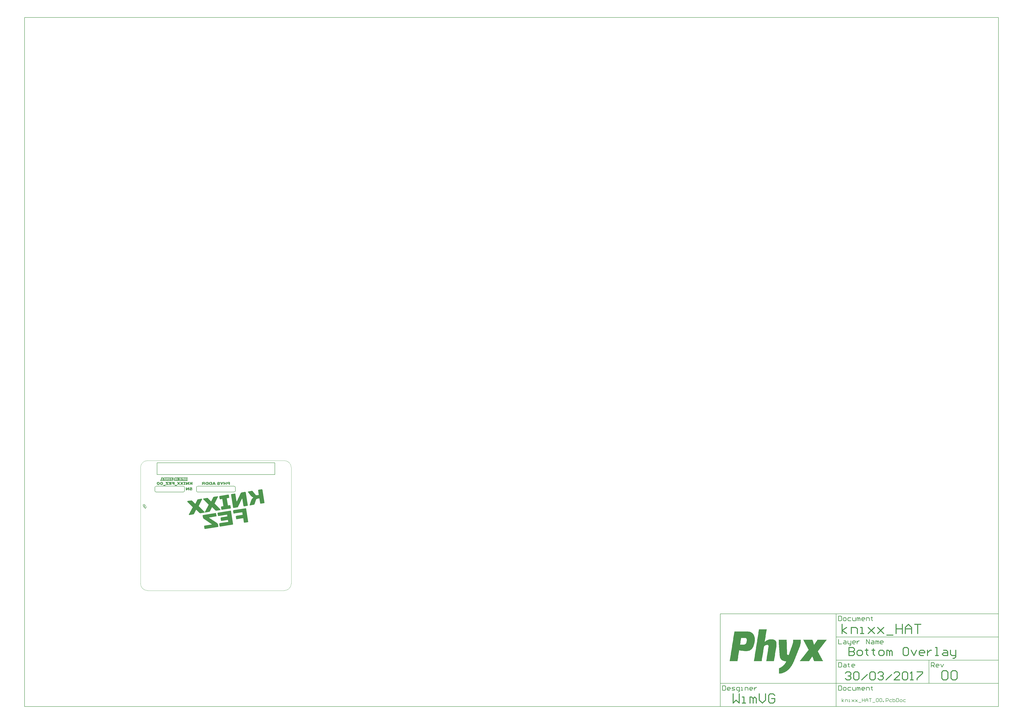
<source format=gbo>
G04 Layer_Color=32896*
%FSLAX25Y25*%
%MOIN*%
G70*
G01*
G75*
%ADD11C,0.00787*%
%ADD36C,0.01575*%
%ADD37C,0.00394*%
%ADD38C,0.00984*%
%ADD50C,0.00591*%
G36*
X79501Y89211D02*
X80118D01*
Y88601D01*
Y87978D01*
Y87355D01*
Y86738D01*
Y86115D01*
Y85492D01*
Y84882D01*
Y84272D01*
X79501D01*
Y83662D01*
X77028D01*
Y84272D01*
X76405D01*
Y83662D01*
X73932D01*
Y84272D01*
X73926D01*
Y83662D01*
X71452D01*
Y84272D01*
X70829D01*
Y83662D01*
X68356D01*
Y84272D01*
X68349D01*
Y83662D01*
X62780D01*
Y84272D01*
X62774D01*
Y83662D01*
X60300D01*
Y84272D01*
X59677D01*
Y83662D01*
X57204D01*
Y84272D01*
Y84882D01*
Y85492D01*
Y86115D01*
Y86738D01*
Y87355D01*
Y87978D01*
Y88601D01*
X57814D01*
Y89211D01*
X58437D01*
Y89835D01*
X62774D01*
Y89211D01*
X63390D01*
Y89835D01*
X68966D01*
Y89211D01*
X69589D01*
Y89835D01*
X74542D01*
Y89211D01*
X75165D01*
Y89835D01*
X79501D01*
Y89211D01*
D02*
G37*
G36*
X55433D02*
X56050D01*
Y88601D01*
Y87978D01*
Y87355D01*
X55433D01*
Y86738D01*
X56050D01*
Y86115D01*
Y85492D01*
Y84882D01*
X55433D01*
Y84272D01*
X54810D01*
Y83662D01*
X50473D01*
Y84272D01*
X49863D01*
Y84882D01*
X49857D01*
Y84272D01*
X49234D01*
Y83662D01*
X44897D01*
Y84272D01*
X44287D01*
Y84882D01*
X44281D01*
Y84272D01*
X43658D01*
Y83662D01*
X39321D01*
Y84272D01*
X38705D01*
Y83662D01*
X33745D01*
Y84272D01*
Y84882D01*
Y85492D01*
X34369D01*
Y86115D01*
X34985D01*
Y86738D01*
Y87355D01*
Y87978D01*
Y88601D01*
Y89211D01*
X35609D01*
Y89835D01*
X38082D01*
Y89211D01*
X38705D01*
Y88601D01*
Y87978D01*
Y87355D01*
X38082D01*
Y86738D01*
Y86115D01*
X38711D01*
Y86738D01*
Y87355D01*
Y87978D01*
Y88601D01*
X39321D01*
Y89211D01*
X39945D01*
Y89835D01*
X44281D01*
Y89211D01*
X45521D01*
Y89835D01*
X49857D01*
Y89211D01*
X51097D01*
Y89835D01*
X55433D01*
Y89211D01*
D02*
G37*
G36*
X72610Y81783D02*
X72668Y81754D01*
X72698Y81725D01*
X72712Y81717D01*
Y81710D01*
X72727Y81681D01*
X72734Y81652D01*
X72727Y81601D01*
X72705Y81571D01*
X72698Y81557D01*
X71196Y79472D01*
X72836Y77241D01*
X72858Y77212D01*
X72865Y77190D01*
Y77139D01*
X72858Y77103D01*
X72851Y77095D01*
Y77088D01*
X72829Y77059D01*
X72800Y77044D01*
X72734Y77015D01*
X72690Y77008D01*
X71466D01*
X71378Y77015D01*
X71298Y77044D01*
X71225Y77081D01*
X71167Y77125D01*
X71123Y77168D01*
X71087Y77205D01*
X71065Y77234D01*
X71057Y77241D01*
X70205Y78444D01*
X70132D01*
X69279Y77241D01*
X69213Y77161D01*
X69147Y77110D01*
X69074Y77066D01*
X69009Y77037D01*
X68951Y77022D01*
X68907Y77015D01*
X68878Y77008D01*
X67668D01*
X67624Y77015D01*
X67587Y77022D01*
X67536Y77052D01*
X67500Y77074D01*
X67493Y77088D01*
X67478Y77117D01*
X67471Y77146D01*
Y77197D01*
X67493Y77227D01*
X67500Y77241D01*
X69140Y79472D01*
X67631Y81557D01*
X67616Y81586D01*
X67609Y81615D01*
Y81659D01*
X67624Y81695D01*
X67631Y81710D01*
X67653Y81739D01*
X67682Y81761D01*
X67740Y81790D01*
X67784Y81797D01*
X68972D01*
X69060Y81790D01*
X69140Y81761D01*
X69213Y81725D01*
X69271Y81681D01*
X69315Y81630D01*
X69352Y81593D01*
X69373Y81564D01*
X69381Y81557D01*
X70132Y80427D01*
X70205D01*
X70955Y81557D01*
X71014Y81637D01*
X71087Y81695D01*
X71152Y81739D01*
X71218Y81768D01*
X71276Y81783D01*
X71320Y81797D01*
X72574D01*
X72610Y81783D01*
D02*
G37*
G36*
X67135D02*
X67194Y81754D01*
X67223Y81725D01*
X67238Y81717D01*
Y81710D01*
X67252Y81681D01*
X67259Y81652D01*
X67252Y81601D01*
X67230Y81571D01*
X67223Y81557D01*
X65721Y79472D01*
X67361Y77241D01*
X67383Y77212D01*
X67391Y77190D01*
Y77139D01*
X67383Y77103D01*
X67376Y77095D01*
Y77088D01*
X67354Y77059D01*
X67325Y77044D01*
X67259Y77015D01*
X67216Y77008D01*
X65991D01*
X65903Y77015D01*
X65823Y77044D01*
X65750Y77081D01*
X65692Y77125D01*
X65648Y77168D01*
X65612Y77205D01*
X65590Y77234D01*
X65583Y77241D01*
X64730Y78444D01*
X64657D01*
X63804Y77241D01*
X63738Y77161D01*
X63673Y77110D01*
X63600Y77066D01*
X63534Y77037D01*
X63476Y77022D01*
X63432Y77015D01*
X63403Y77008D01*
X62193D01*
X62149Y77015D01*
X62113Y77022D01*
X62062Y77052D01*
X62025Y77074D01*
X62018Y77088D01*
X62003Y77117D01*
X61996Y77146D01*
Y77197D01*
X62018Y77227D01*
X62025Y77241D01*
X63665Y79472D01*
X62156Y81557D01*
X62142Y81586D01*
X62134Y81615D01*
Y81659D01*
X62149Y81695D01*
X62156Y81710D01*
X62178Y81739D01*
X62207Y81761D01*
X62266Y81790D01*
X62309Y81797D01*
X63498D01*
X63585Y81790D01*
X63665Y81761D01*
X63738Y81725D01*
X63797Y81681D01*
X63840Y81630D01*
X63877Y81593D01*
X63899Y81564D01*
X63906Y81557D01*
X64657Y80427D01*
X64730D01*
X65481Y81557D01*
X65539Y81637D01*
X65612Y81695D01*
X65677Y81739D01*
X65743Y81768D01*
X65801Y81783D01*
X65845Y81797D01*
X67099D01*
X67135Y81783D01*
D02*
G37*
G36*
X87824D02*
X87875Y81761D01*
X87912Y81739D01*
X87927Y81725D01*
X87963Y81674D01*
X87985Y81615D01*
X87992Y81571D01*
Y81564D01*
Y81557D01*
Y77241D01*
X87985Y77175D01*
X87956Y77117D01*
X87934Y77088D01*
X87927Y77074D01*
X87868Y77037D01*
X87810Y77015D01*
X87766Y77008D01*
X86724D01*
X86651Y77015D01*
X86600Y77044D01*
X86571Y77066D01*
X86556Y77074D01*
X86512Y77125D01*
X86490Y77183D01*
X86483Y77227D01*
Y77234D01*
Y77241D01*
Y78852D01*
X85776D01*
X85696Y78838D01*
X85630Y78823D01*
X85579Y78808D01*
X85535Y78794D01*
X85506Y78779D01*
X85492Y78772D01*
X85484Y78765D01*
X85433Y78728D01*
X85390Y78692D01*
X85317Y78604D01*
X85287Y78568D01*
X85266Y78539D01*
X85258Y78517D01*
X85251Y78510D01*
X84573Y77241D01*
X84515Y77161D01*
X84449Y77110D01*
X84376Y77066D01*
X84303Y77037D01*
X84238Y77022D01*
X84179Y77015D01*
X84143Y77008D01*
X83020D01*
X82984Y77022D01*
X82933Y77044D01*
X82904Y77066D01*
X82896Y77081D01*
X82882Y77110D01*
X82875Y77139D01*
X82882Y77190D01*
X82889Y77227D01*
X82896Y77241D01*
X83574Y78510D01*
X83618Y78597D01*
X83669Y78670D01*
X83713Y78743D01*
X83757Y78808D01*
X83793Y78852D01*
X83822Y78896D01*
X83837Y78918D01*
X83844Y78925D01*
X83895Y78991D01*
X83946Y79049D01*
X83990Y79093D01*
X84026Y79129D01*
X84056Y79166D01*
X84077Y79188D01*
X84092Y79195D01*
X84099Y79202D01*
X84172Y79268D01*
X84245Y79319D01*
X84267Y79333D01*
X84289Y79348D01*
X84303Y79362D01*
X84311D01*
X84376Y79406D01*
X84420Y79435D01*
X84442Y79450D01*
X84449D01*
X84486Y79465D01*
X84493Y79472D01*
X84500D01*
Y79537D01*
X84376Y79589D01*
X84325Y79618D01*
X84274Y79654D01*
X84165Y79742D01*
X84121Y79785D01*
X84085Y79822D01*
X84056Y79844D01*
X84048Y79851D01*
X83975Y79931D01*
X83902Y80019D01*
X83844Y80099D01*
X83786Y80186D01*
X83742Y80252D01*
X83706Y80310D01*
X83684Y80347D01*
X83676Y80361D01*
X83028Y81557D01*
X83020Y81586D01*
X83013Y81615D01*
X83020Y81666D01*
X83028Y81703D01*
X83035Y81717D01*
X83057Y81746D01*
X83079Y81761D01*
X83137Y81790D01*
X83181Y81797D01*
X84260D01*
X84369Y81790D01*
X84464Y81761D01*
X84544Y81725D01*
X84602Y81681D01*
X84646Y81630D01*
X84682Y81593D01*
X84697Y81564D01*
X84704Y81557D01*
X85360Y80361D01*
X85397Y80303D01*
X85433Y80245D01*
X85470Y80201D01*
X85506Y80164D01*
X85543Y80135D01*
X85565Y80113D01*
X85579Y80106D01*
X85586Y80099D01*
X85637Y80070D01*
X85696Y80055D01*
X85827Y80026D01*
X85885D01*
X85929Y80019D01*
X86483D01*
Y81557D01*
X86498Y81630D01*
X86519Y81681D01*
X86541Y81710D01*
X86556Y81725D01*
X86607Y81768D01*
X86665Y81790D01*
X86709Y81797D01*
X87752D01*
X87824Y81783D01*
D02*
G37*
G36*
X146043D02*
X146094Y81761D01*
X146131Y81739D01*
X146145Y81725D01*
X146182Y81674D01*
X146204Y81615D01*
X146211Y81571D01*
Y81564D01*
Y81557D01*
Y77241D01*
X146204Y77175D01*
X146174Y77117D01*
X146152Y77088D01*
X146145Y77074D01*
X146087Y77037D01*
X146029Y77015D01*
X145985Y77008D01*
X144942D01*
X144869Y77015D01*
X144818Y77044D01*
X144789Y77066D01*
X144775Y77074D01*
X144731Y77125D01*
X144709Y77183D01*
X144702Y77227D01*
Y77234D01*
Y77241D01*
Y78787D01*
X142719D01*
Y77241D01*
X142712Y77175D01*
X142683Y77117D01*
X142661Y77088D01*
X142653Y77074D01*
X142595Y77037D01*
X142537Y77015D01*
X142493Y77008D01*
X141451D01*
X141378Y77015D01*
X141327Y77044D01*
X141297Y77066D01*
X141283Y77074D01*
X141246Y77125D01*
X141225Y77183D01*
X141217Y77227D01*
Y77234D01*
Y77241D01*
Y81557D01*
X141225Y81630D01*
X141246Y81681D01*
X141276Y81710D01*
X141283Y81725D01*
X141334Y81768D01*
X141392Y81790D01*
X141436Y81797D01*
X142478D01*
X142551Y81783D01*
X142602Y81761D01*
X142639Y81739D01*
X142653Y81725D01*
X142690Y81674D01*
X142712Y81615D01*
X142719Y81571D01*
Y81564D01*
Y81557D01*
Y79946D01*
X144702D01*
Y81557D01*
X144716Y81630D01*
X144738Y81681D01*
X144760Y81710D01*
X144775Y81725D01*
X144826Y81768D01*
X144884Y81790D01*
X144928Y81797D01*
X145970D01*
X146043Y81783D01*
D02*
G37*
G36*
X140583D02*
X140634Y81754D01*
X140671Y81725D01*
X140678Y81717D01*
Y81710D01*
X140692Y81681D01*
Y81652D01*
Y81601D01*
X140685Y81571D01*
X140678Y81557D01*
X138724Y78510D01*
Y77241D01*
X138717Y77175D01*
X138688Y77117D01*
X138666Y77088D01*
X138658Y77074D01*
X138600Y77037D01*
X138542Y77015D01*
X138498Y77008D01*
X137456D01*
X137383Y77015D01*
X137332Y77044D01*
X137302Y77066D01*
X137288Y77074D01*
X137251Y77125D01*
X137230Y77183D01*
X137222Y77227D01*
Y77234D01*
Y77241D01*
Y78510D01*
X135269Y81557D01*
X135254Y81586D01*
X135239Y81615D01*
Y81659D01*
X135254Y81695D01*
X135261Y81710D01*
X135283Y81739D01*
X135312Y81761D01*
X135371Y81790D01*
X135414Y81797D01*
X136501D01*
X136595Y81790D01*
X136676Y81761D01*
X136748Y81725D01*
X136807Y81681D01*
X136851Y81630D01*
X136880Y81593D01*
X136901Y81564D01*
X136909Y81557D01*
X137937Y79880D01*
X138010D01*
X139030Y81557D01*
X139088Y81637D01*
X139154Y81695D01*
X139227Y81739D01*
X139293Y81768D01*
X139351Y81783D01*
X139402Y81797D01*
X140547D01*
X140583Y81783D01*
D02*
G37*
G36*
X82087D02*
X82138Y81761D01*
X82175Y81739D01*
X82189Y81725D01*
X82226Y81674D01*
X82248Y81615D01*
X82255Y81571D01*
Y81564D01*
Y81557D01*
Y77241D01*
X82248Y77175D01*
X82218Y77117D01*
X82197Y77088D01*
X82189Y77074D01*
X82131Y77037D01*
X82073Y77015D01*
X82029Y77008D01*
X80986D01*
X80914Y77015D01*
X80862Y77044D01*
X80833Y77066D01*
X80819Y77074D01*
X80775Y77125D01*
X80753Y77183D01*
X80746Y77227D01*
Y77234D01*
Y77241D01*
Y79742D01*
X80680D01*
X78967Y77241D01*
X78909Y77161D01*
X78843Y77110D01*
X78785Y77066D01*
X78727Y77037D01*
X78676Y77022D01*
X78632Y77015D01*
X78603Y77008D01*
X77429D01*
X77356Y77015D01*
X77305Y77044D01*
X77276Y77066D01*
X77261Y77074D01*
X77218Y77125D01*
X77196Y77183D01*
X77188Y77227D01*
Y77234D01*
Y77241D01*
Y81557D01*
X77203Y81630D01*
X77225Y81681D01*
X77247Y81710D01*
X77261Y81725D01*
X77312Y81768D01*
X77371Y81790D01*
X77414Y81797D01*
X78457D01*
X78530Y81783D01*
X78581Y81761D01*
X78617Y81739D01*
X78632Y81725D01*
X78668Y81674D01*
X78690Y81615D01*
X78697Y81571D01*
Y81564D01*
Y81557D01*
Y79056D01*
X78763D01*
X80476Y81557D01*
X80542Y81637D01*
X80600Y81695D01*
X80666Y81739D01*
X80724Y81768D01*
X80775Y81783D01*
X80819Y81797D01*
X82014D01*
X82087Y81783D01*
D02*
G37*
G36*
X151722D02*
X151773Y81761D01*
X151810Y81739D01*
X151824Y81725D01*
X151861Y81674D01*
X151883Y81615D01*
X151890Y81571D01*
Y81564D01*
Y81557D01*
Y77241D01*
X151883Y77175D01*
X151853Y77117D01*
X151831Y77088D01*
X151824Y77074D01*
X151766Y77037D01*
X151707Y77015D01*
X151664Y77008D01*
X150621D01*
X150548Y77015D01*
X150497Y77044D01*
X150468Y77066D01*
X150454Y77074D01*
X150410Y77125D01*
X150388Y77183D01*
X150381Y77227D01*
Y77234D01*
Y77241D01*
Y78306D01*
X149258D01*
X149047Y78313D01*
X148850Y78327D01*
X148668Y78349D01*
X148493Y78378D01*
X148339Y78415D01*
X148194Y78459D01*
X148063Y78502D01*
X147946Y78546D01*
X147844Y78590D01*
X147749Y78634D01*
X147676Y78677D01*
X147610Y78714D01*
X147567Y78743D01*
X147530Y78765D01*
X147509Y78779D01*
X147501Y78787D01*
X147392Y78881D01*
X147304Y78976D01*
X147217Y79085D01*
X147151Y79188D01*
X147093Y79290D01*
X147042Y79399D01*
X147005Y79501D01*
X146969Y79596D01*
X146947Y79691D01*
X146925Y79778D01*
X146918Y79851D01*
X146903Y79917D01*
Y79975D01*
X146896Y80011D01*
Y80041D01*
Y80048D01*
X146903Y80194D01*
X146918Y80325D01*
X146954Y80456D01*
X146991Y80573D01*
X147035Y80689D01*
X147086Y80791D01*
X147137Y80886D01*
X147195Y80974D01*
X147253Y81054D01*
X147304Y81119D01*
X147355Y81178D01*
X147399Y81229D01*
X147436Y81265D01*
X147465Y81294D01*
X147487Y81309D01*
X147494Y81316D01*
X147610Y81404D01*
X147742Y81477D01*
X147880Y81542D01*
X148026Y81593D01*
X148172Y81644D01*
X148318Y81681D01*
X148602Y81739D01*
X148733Y81761D01*
X148857Y81775D01*
X148974Y81783D01*
X149068Y81790D01*
X149149Y81797D01*
X151649D01*
X151722Y81783D01*
D02*
G37*
G36*
X125507Y81790D02*
X125566Y81761D01*
X125617Y81725D01*
X125660Y81681D01*
X125697Y81630D01*
X125719Y81593D01*
X125733Y81564D01*
X125741Y81557D01*
X127658Y77241D01*
X127665Y77205D01*
X127672Y77175D01*
X127665Y77117D01*
X127650Y77088D01*
X127643Y77074D01*
X127600Y77037D01*
X127541Y77015D01*
X127497Y77008D01*
X126389D01*
X126316Y77015D01*
X126251Y77044D01*
X126200Y77081D01*
X126156Y77125D01*
X126127Y77168D01*
X126098Y77205D01*
X126091Y77234D01*
X126083Y77241D01*
X125843Y77861D01*
X123685D01*
X123444Y77241D01*
X123400Y77161D01*
X123357Y77110D01*
X123306Y77066D01*
X123255Y77037D01*
X123211Y77022D01*
X123175Y77015D01*
X123145Y77008D01*
X121972D01*
X121899Y77015D01*
X121848Y77044D01*
X121818Y77066D01*
X121811Y77074D01*
X121797Y77103D01*
X121782Y77125D01*
Y77183D01*
X121797Y77227D01*
X121804Y77234D01*
Y77241D01*
X123721Y81564D01*
X123765Y81644D01*
X123809Y81703D01*
X123860Y81739D01*
X123911Y81768D01*
X123954Y81783D01*
X123991Y81797D01*
X125434D01*
X125507Y81790D01*
D02*
G37*
G36*
X121097Y81783D02*
X121148Y81761D01*
X121184Y81739D01*
X121199Y81725D01*
X121235Y81674D01*
X121257Y81615D01*
X121265Y81571D01*
Y81564D01*
Y81557D01*
Y77241D01*
X121257Y77175D01*
X121228Y77117D01*
X121206Y77088D01*
X121199Y77074D01*
X121141Y77037D01*
X121082Y77015D01*
X121038Y77008D01*
X118866D01*
X118618Y77015D01*
X118385Y77037D01*
X118174Y77066D01*
X117969Y77110D01*
X117780Y77154D01*
X117612Y77212D01*
X117459Y77270D01*
X117321Y77329D01*
X117197Y77387D01*
X117087Y77445D01*
X117000Y77504D01*
X116920Y77547D01*
X116861Y77591D01*
X116825Y77620D01*
X116796Y77642D01*
X116788Y77649D01*
X116657Y77773D01*
X116548Y77912D01*
X116453Y78050D01*
X116366Y78196D01*
X116293Y78342D01*
X116234Y78488D01*
X116191Y78634D01*
X116147Y78765D01*
X116118Y78896D01*
X116096Y79020D01*
X116081Y79122D01*
X116074Y79217D01*
X116067Y79297D01*
X116059Y79348D01*
Y79384D01*
Y79399D01*
X116067Y79603D01*
X116089Y79793D01*
X116125Y79968D01*
X116176Y80135D01*
X116227Y80296D01*
X116293Y80434D01*
X116358Y80565D01*
X116424Y80689D01*
X116490Y80791D01*
X116555Y80886D01*
X116621Y80966D01*
X116672Y81032D01*
X116723Y81083D01*
X116759Y81119D01*
X116781Y81141D01*
X116788Y81149D01*
X116927Y81265D01*
X117087Y81360D01*
X117248Y81447D01*
X117415Y81520D01*
X117590Y81586D01*
X117765Y81637D01*
X117933Y81681D01*
X118101Y81717D01*
X118254Y81746D01*
X118400Y81761D01*
X118531Y81775D01*
X118640Y81790D01*
X118735D01*
X118808Y81797D01*
X121024D01*
X121097Y81783D01*
D02*
G37*
G36*
X115075D02*
X115126Y81761D01*
X115163Y81739D01*
X115177Y81725D01*
X115214Y81674D01*
X115236Y81615D01*
X115243Y81571D01*
Y81564D01*
Y81557D01*
Y77241D01*
X115236Y77175D01*
X115207Y77117D01*
X115185Y77088D01*
X115177Y77074D01*
X115119Y77037D01*
X115061Y77015D01*
X115017Y77008D01*
X112845D01*
X112597Y77015D01*
X112363Y77037D01*
X112152Y77066D01*
X111948Y77110D01*
X111758Y77154D01*
X111591Y77212D01*
X111438Y77270D01*
X111299Y77329D01*
X111175Y77387D01*
X111066Y77445D01*
X110978Y77504D01*
X110898Y77547D01*
X110840Y77591D01*
X110803Y77620D01*
X110774Y77642D01*
X110767Y77649D01*
X110636Y77773D01*
X110526Y77912D01*
X110432Y78050D01*
X110344Y78196D01*
X110271Y78342D01*
X110213Y78488D01*
X110169Y78634D01*
X110125Y78765D01*
X110096Y78896D01*
X110074Y79020D01*
X110060Y79122D01*
X110053Y79217D01*
X110045Y79297D01*
X110038Y79348D01*
Y79384D01*
Y79399D01*
X110045Y79603D01*
X110067Y79793D01*
X110103Y79968D01*
X110154Y80135D01*
X110205Y80296D01*
X110271Y80434D01*
X110337Y80565D01*
X110402Y80689D01*
X110468Y80791D01*
X110534Y80886D01*
X110599Y80966D01*
X110650Y81032D01*
X110701Y81083D01*
X110738Y81119D01*
X110760Y81141D01*
X110767Y81149D01*
X110905Y81265D01*
X111066Y81360D01*
X111226Y81447D01*
X111394Y81520D01*
X111569Y81586D01*
X111744Y81637D01*
X111911Y81681D01*
X112079Y81717D01*
X112232Y81746D01*
X112378Y81761D01*
X112509Y81775D01*
X112619Y81790D01*
X112713D01*
X112786Y81797D01*
X115002D01*
X115075Y81783D01*
D02*
G37*
G36*
X109054D02*
X109105Y81761D01*
X109141Y81739D01*
X109156Y81725D01*
X109192Y81674D01*
X109214Y81615D01*
X109221Y81571D01*
Y81564D01*
Y81557D01*
Y77241D01*
X109214Y77175D01*
X109185Y77117D01*
X109163Y77088D01*
X109156Y77074D01*
X109098Y77037D01*
X109039Y77015D01*
X108995Y77008D01*
X107953D01*
X107880Y77015D01*
X107829Y77044D01*
X107800Y77066D01*
X107785Y77074D01*
X107741Y77125D01*
X107720Y77183D01*
X107712Y77227D01*
Y77234D01*
Y77241D01*
Y78648D01*
X106736D01*
X106655Y78634D01*
X106590Y78619D01*
X106531Y78604D01*
X106495Y78590D01*
X106458Y78575D01*
X106444Y78568D01*
X106437Y78561D01*
X106386Y78524D01*
X106349Y78488D01*
X106276Y78400D01*
X106247Y78364D01*
X106225Y78335D01*
X106218Y78313D01*
X106211Y78306D01*
X105627Y77241D01*
X105569Y77161D01*
X105503Y77110D01*
X105431Y77066D01*
X105358Y77037D01*
X105292Y77022D01*
X105234Y77015D01*
X105197Y77008D01*
X104082D01*
X104045Y77022D01*
X103995Y77044D01*
X103965Y77066D01*
X103958Y77081D01*
X103943Y77110D01*
X103936Y77139D01*
Y77190D01*
X103943Y77227D01*
X103951Y77241D01*
X104534Y78306D01*
X104592Y78400D01*
X104651Y78488D01*
X104702Y78568D01*
X104753Y78634D01*
X104796Y78692D01*
X104825Y78728D01*
X104847Y78758D01*
X104855Y78765D01*
X104913Y78830D01*
X104964Y78881D01*
X105000Y78925D01*
X105037Y78954D01*
X105059Y78976D01*
X105073Y78991D01*
X105088Y78998D01*
X105124Y79027D01*
X105154Y79042D01*
X105175Y79056D01*
X105183D01*
Y79129D01*
X105088Y79151D01*
X105015Y79180D01*
X104942Y79217D01*
X104906Y79231D01*
X104884Y79246D01*
X104869Y79260D01*
X104862D01*
X104760Y79326D01*
X104672Y79384D01*
X104643Y79414D01*
X104614Y79435D01*
X104599Y79443D01*
X104592Y79450D01*
X104541Y79501D01*
X104498Y79552D01*
X104425Y79654D01*
X104395Y79698D01*
X104374Y79734D01*
X104366Y79764D01*
X104359Y79771D01*
X104323Y79851D01*
X104301Y79931D01*
X104279Y80004D01*
X104271Y80077D01*
X104264Y80135D01*
X104257Y80179D01*
Y80216D01*
Y80223D01*
X104264Y80347D01*
X104279Y80471D01*
X104308Y80580D01*
X104344Y80689D01*
X104388Y80791D01*
X104439Y80879D01*
X104490Y80966D01*
X104541Y81046D01*
X104599Y81112D01*
X104651Y81178D01*
X104702Y81229D01*
X104745Y81273D01*
X104782Y81309D01*
X104811Y81331D01*
X104825Y81345D01*
X104833Y81353D01*
X104942Y81433D01*
X105066Y81498D01*
X105197Y81557D01*
X105329Y81608D01*
X105467Y81652D01*
X105606Y81688D01*
X105868Y81739D01*
X105992Y81761D01*
X106109Y81775D01*
X106211Y81783D01*
X106305Y81790D01*
X106378Y81797D01*
X108981D01*
X109054Y81783D01*
D02*
G37*
G36*
X76270D02*
X76321Y81761D01*
X76357Y81739D01*
X76372Y81725D01*
X76408Y81674D01*
X76430Y81615D01*
X76437Y81571D01*
Y81564D01*
Y81557D01*
Y80872D01*
X76430Y80799D01*
X76401Y80748D01*
X76379Y80711D01*
X76372Y80697D01*
X76314Y80660D01*
X76255Y80638D01*
X76212Y80631D01*
X75548D01*
Y78167D01*
X76197D01*
X76270Y78152D01*
X76321Y78131D01*
X76357Y78109D01*
X76372Y78094D01*
X76408Y78043D01*
X76430Y77985D01*
X76437Y77941D01*
Y77934D01*
Y77926D01*
Y77241D01*
X76430Y77175D01*
X76401Y77117D01*
X76379Y77088D01*
X76372Y77074D01*
X76314Y77037D01*
X76255Y77015D01*
X76212Y77008D01*
X73390D01*
X73317Y77015D01*
X73266Y77044D01*
X73237Y77066D01*
X73223Y77074D01*
X73179Y77125D01*
X73157Y77183D01*
X73150Y77227D01*
Y77234D01*
Y77241D01*
Y77926D01*
X73164Y77999D01*
X73186Y78050D01*
X73208Y78079D01*
X73223Y78094D01*
X73274Y78138D01*
X73332Y78160D01*
X73376Y78167D01*
X74039D01*
Y80631D01*
X73390D01*
X73317Y80638D01*
X73266Y80668D01*
X73237Y80689D01*
X73223Y80697D01*
X73179Y80755D01*
X73157Y80813D01*
X73150Y80857D01*
Y80864D01*
Y80872D01*
Y81557D01*
X73164Y81630D01*
X73186Y81681D01*
X73208Y81710D01*
X73223Y81725D01*
X73274Y81768D01*
X73332Y81790D01*
X73376Y81797D01*
X76197D01*
X76270Y81783D01*
D02*
G37*
G36*
X57440D02*
X57491Y81761D01*
X57527Y81739D01*
X57542Y81725D01*
X57578Y81674D01*
X57600Y81615D01*
X57607Y81571D01*
Y81564D01*
Y81557D01*
Y77241D01*
X57600Y77175D01*
X57571Y77117D01*
X57549Y77088D01*
X57542Y77074D01*
X57484Y77037D01*
X57425Y77015D01*
X57381Y77008D01*
X56339D01*
X56266Y77015D01*
X56215Y77044D01*
X56186Y77066D01*
X56171Y77074D01*
X56128Y77125D01*
X56106Y77183D01*
X56098Y77227D01*
Y77234D01*
Y77241D01*
Y78575D01*
X53948D01*
X53875Y78583D01*
X53824Y78612D01*
X53795Y78634D01*
X53780Y78641D01*
X53736Y78699D01*
X53715Y78758D01*
X53707Y78801D01*
Y78808D01*
Y78816D01*
Y79501D01*
X53722Y79574D01*
X53744Y79625D01*
X53765Y79654D01*
X53780Y79669D01*
X53831Y79712D01*
X53890Y79734D01*
X53933Y79742D01*
X56098D01*
Y80631D01*
X53328D01*
X53255Y80638D01*
X53204Y80668D01*
X53175Y80689D01*
X53161Y80697D01*
X53117Y80755D01*
X53095Y80813D01*
X53088Y80857D01*
Y80864D01*
Y80872D01*
Y81557D01*
X53102Y81630D01*
X53124Y81681D01*
X53146Y81710D01*
X53161Y81725D01*
X53211Y81768D01*
X53270Y81790D01*
X53314Y81797D01*
X57367D01*
X57440Y81783D01*
D02*
G37*
G36*
X52235D02*
X52286Y81761D01*
X52322Y81739D01*
X52337Y81725D01*
X52373Y81674D01*
X52395Y81615D01*
X52402Y81571D01*
Y81564D01*
Y81557D01*
Y77241D01*
X52395Y77175D01*
X52366Y77117D01*
X52344Y77088D01*
X52337Y77074D01*
X52278Y77037D01*
X52220Y77015D01*
X52176Y77008D01*
X47985D01*
X47912Y77015D01*
X47861Y77044D01*
X47831Y77066D01*
X47817Y77074D01*
X47780Y77125D01*
X47759Y77183D01*
X47751Y77227D01*
Y77234D01*
Y77241D01*
Y77926D01*
X47759Y77999D01*
X47780Y78050D01*
X47810Y78079D01*
X47817Y78094D01*
X47868Y78138D01*
X47926Y78160D01*
X47970Y78167D01*
X50893D01*
Y78852D01*
X48743D01*
X48670Y78860D01*
X48619Y78889D01*
X48590Y78911D01*
X48575Y78918D01*
X48531Y78976D01*
X48509Y79035D01*
X48502Y79078D01*
Y79085D01*
Y79093D01*
Y79778D01*
X48517Y79851D01*
X48539Y79902D01*
X48561Y79931D01*
X48575Y79946D01*
X48626Y79989D01*
X48684Y80011D01*
X48728Y80019D01*
X50893D01*
Y80631D01*
X47985D01*
X47912Y80638D01*
X47861Y80668D01*
X47831Y80689D01*
X47817Y80697D01*
X47780Y80755D01*
X47759Y80813D01*
X47751Y80857D01*
Y80864D01*
Y80872D01*
Y81557D01*
X47759Y81630D01*
X47780Y81681D01*
X47810Y81710D01*
X47817Y81725D01*
X47868Y81768D01*
X47926Y81790D01*
X47970Y81797D01*
X52162D01*
X52235Y81783D01*
D02*
G37*
G36*
X47102D02*
X47153Y81761D01*
X47190Y81739D01*
X47205Y81725D01*
X47241Y81674D01*
X47263Y81615D01*
X47270Y81571D01*
Y81564D01*
Y81557D01*
Y80872D01*
X47263Y80799D01*
X47234Y80748D01*
X47212Y80711D01*
X47205Y80697D01*
X47146Y80660D01*
X47088Y80638D01*
X47044Y80631D01*
X44668D01*
Y80565D01*
X47059Y78371D01*
X47153Y78276D01*
X47219Y78182D01*
X47270Y78087D01*
X47299Y77999D01*
X47321Y77934D01*
X47328Y77875D01*
X47336Y77839D01*
Y77824D01*
Y77241D01*
X47328Y77175D01*
X47299Y77117D01*
X47277Y77088D01*
X47270Y77074D01*
X47212Y77037D01*
X47153Y77015D01*
X47110Y77008D01*
X42787D01*
X42714Y77015D01*
X42656Y77044D01*
X42626Y77066D01*
X42612Y77074D01*
X42575Y77125D01*
X42553Y77183D01*
X42546Y77227D01*
Y77234D01*
Y77241D01*
Y77926D01*
X42553Y77999D01*
X42575Y78050D01*
X42605Y78079D01*
X42612Y78094D01*
X42670Y78138D01*
X42721Y78160D01*
X42765Y78167D01*
X45280D01*
Y78240D01*
X42889Y80427D01*
X42794Y80529D01*
X42728Y80624D01*
X42678Y80718D01*
X42648Y80799D01*
X42626Y80872D01*
X42619Y80923D01*
X42612Y80959D01*
Y80974D01*
Y81557D01*
X42626Y81630D01*
X42648Y81681D01*
X42670Y81710D01*
X42685Y81725D01*
X42736Y81768D01*
X42794Y81790D01*
X42838Y81797D01*
X47030D01*
X47102Y81783D01*
D02*
G37*
G36*
X132724Y81929D02*
X132921Y81914D01*
X133111Y81892D01*
X133286Y81870D01*
X133446Y81834D01*
X133592Y81797D01*
X133730Y81754D01*
X133847Y81717D01*
X133956Y81674D01*
X134044Y81630D01*
X134124Y81593D01*
X134182Y81564D01*
X134233Y81535D01*
X134270Y81513D01*
X134292Y81498D01*
X134299Y81491D01*
X134408Y81404D01*
X134496Y81316D01*
X134576Y81229D01*
X134649Y81134D01*
X134707Y81039D01*
X134758Y80952D01*
X134795Y80864D01*
X134831Y80777D01*
X134853Y80697D01*
X134875Y80624D01*
X134882Y80558D01*
X134897Y80500D01*
Y80456D01*
X134904Y80420D01*
Y80398D01*
Y80390D01*
X134897Y80296D01*
X134889Y80201D01*
X134853Y80033D01*
X134795Y79880D01*
X134729Y79756D01*
X134671Y79654D01*
X134613Y79581D01*
X134591Y79559D01*
X134576Y79537D01*
X134561Y79530D01*
Y79523D01*
X134430Y79406D01*
X134284Y79312D01*
X134146Y79239D01*
X134015Y79173D01*
X133905Y79129D01*
X133854Y79107D01*
X133811Y79093D01*
X133774Y79085D01*
X133752Y79078D01*
X133738Y79071D01*
X133730D01*
X133548Y79027D01*
X133366Y78991D01*
X133205Y78954D01*
X133052Y78925D01*
X132929Y78903D01*
X132877Y78896D01*
X132834Y78889D01*
X132805Y78881D01*
X132775Y78874D01*
X132754D01*
X132579Y78852D01*
X132418Y78823D01*
X132272Y78794D01*
X132156Y78772D01*
X132054Y78750D01*
X131981Y78728D01*
X131959Y78721D01*
X131937D01*
X131930Y78714D01*
X131922D01*
X131864Y78699D01*
X131806Y78677D01*
X131726Y78634D01*
X131660Y78590D01*
X131624Y78546D01*
X131594Y78510D01*
X131587Y78473D01*
X131580Y78451D01*
Y78444D01*
X131587Y78378D01*
X131616Y78320D01*
X131653Y78262D01*
X131689Y78218D01*
X131733Y78182D01*
X131769Y78152D01*
X131799Y78138D01*
X131806Y78131D01*
X131901Y78087D01*
X132010Y78058D01*
X132127Y78029D01*
X132243Y78014D01*
X132345Y78007D01*
X132425Y77999D01*
X132506D01*
X132644Y78007D01*
X132768Y78014D01*
X132885Y78036D01*
X132987Y78058D01*
X133074Y78087D01*
X133154Y78116D01*
X133227Y78152D01*
X133286Y78189D01*
X133344Y78218D01*
X133388Y78254D01*
X133424Y78284D01*
X133446Y78313D01*
X133483Y78356D01*
X133497Y78364D01*
Y78371D01*
X133563Y78466D01*
X133628Y78531D01*
X133694Y78583D01*
X133759Y78612D01*
X133818Y78634D01*
X133862Y78641D01*
X133891Y78648D01*
X134766D01*
X134853Y78634D01*
X134919Y78604D01*
X134970Y78561D01*
X134999Y78510D01*
X135021Y78459D01*
X135028Y78415D01*
X135035Y78386D01*
Y78371D01*
X135028Y78254D01*
X135006Y78145D01*
X134977Y78043D01*
X134933Y77948D01*
X134889Y77854D01*
X134831Y77766D01*
X134714Y77613D01*
X134656Y77547D01*
X134598Y77482D01*
X134540Y77438D01*
X134496Y77394D01*
X134452Y77358D01*
X134423Y77336D01*
X134401Y77321D01*
X134394Y77314D01*
X134270Y77234D01*
X134131Y77168D01*
X133978Y77110D01*
X133825Y77059D01*
X133672Y77022D01*
X133512Y76986D01*
X133359Y76957D01*
X133205Y76935D01*
X133067Y76913D01*
X132936Y76898D01*
X132812Y76891D01*
X132710Y76884D01*
X132622Y76877D01*
X132506D01*
X132280Y76884D01*
X132068Y76898D01*
X131879Y76920D01*
X131696Y76950D01*
X131529Y76979D01*
X131376Y77015D01*
X131237Y77059D01*
X131113Y77103D01*
X131004Y77139D01*
X130902Y77183D01*
X130822Y77219D01*
X130756Y77256D01*
X130705Y77278D01*
X130669Y77299D01*
X130647Y77314D01*
X130639Y77321D01*
X130530Y77409D01*
X130428Y77496D01*
X130348Y77591D01*
X130275Y77686D01*
X130209Y77781D01*
X130158Y77875D01*
X130114Y77963D01*
X130085Y78050D01*
X130056Y78131D01*
X130042Y78211D01*
X130027Y78276D01*
X130013Y78335D01*
Y78378D01*
X130005Y78415D01*
Y78437D01*
Y78444D01*
Y78539D01*
X130020Y78634D01*
X130056Y78801D01*
X130114Y78947D01*
X130173Y79071D01*
X130238Y79173D01*
X130297Y79246D01*
X130319Y79268D01*
X130333Y79290D01*
X130341Y79304D01*
X130348D01*
X130479Y79421D01*
X130625Y79516D01*
X130763Y79596D01*
X130895Y79661D01*
X131004Y79705D01*
X131055Y79727D01*
X131099Y79742D01*
X131128Y79749D01*
X131157Y79756D01*
X131172Y79764D01*
X131179D01*
X131361Y79807D01*
X131536Y79844D01*
X131704Y79880D01*
X131850Y79902D01*
X131974Y79924D01*
X132025Y79931D01*
X132068Y79939D01*
X132105Y79946D01*
X132134Y79953D01*
X132156D01*
X132331Y79982D01*
X132491Y80011D01*
X132630Y80033D01*
X132754Y80062D01*
X132856Y80084D01*
X132929Y80099D01*
X132950Y80106D01*
X132972D01*
X132980Y80113D01*
X132987D01*
X133045Y80135D01*
X133096Y80150D01*
X133184Y80194D01*
X133242Y80245D01*
X133286Y80288D01*
X133308Y80325D01*
X133322Y80361D01*
X133329Y80383D01*
Y80390D01*
X133322Y80456D01*
X133300Y80507D01*
X133264Y80558D01*
X133227Y80602D01*
X133198Y80638D01*
X133162Y80660D01*
X133140Y80675D01*
X133133Y80682D01*
X133045Y80726D01*
X132950Y80755D01*
X132841Y80777D01*
X132739Y80791D01*
X132651Y80799D01*
X132571Y80806D01*
X132396D01*
X132294Y80791D01*
X132207Y80777D01*
X132127Y80755D01*
X132054Y80733D01*
X131988Y80704D01*
X131937Y80682D01*
X131886Y80653D01*
X131806Y80595D01*
X131755Y80544D01*
X131726Y80507D01*
X131718Y80500D01*
Y80493D01*
X131660Y80405D01*
X131587Y80339D01*
X131521Y80288D01*
X131456Y80259D01*
X131398Y80237D01*
X131354Y80230D01*
X131325Y80223D01*
X130450D01*
X130362Y80237D01*
X130297Y80266D01*
X130246Y80310D01*
X130217Y80361D01*
X130195Y80405D01*
X130187Y80449D01*
X130180Y80478D01*
Y80493D01*
X130187Y80595D01*
X130209Y80697D01*
X130238Y80799D01*
X130275Y80893D01*
X130377Y81061D01*
X130486Y81207D01*
X130545Y81273D01*
X130596Y81331D01*
X130647Y81382D01*
X130698Y81418D01*
X130734Y81455D01*
X130763Y81477D01*
X130785Y81491D01*
X130792Y81498D01*
X130909Y81579D01*
X131040Y81644D01*
X131179Y81703D01*
X131317Y81754D01*
X131463Y81797D01*
X131602Y81827D01*
X131879Y81885D01*
X132010Y81899D01*
X132127Y81914D01*
X132229Y81921D01*
X132323Y81929D01*
X132396Y81936D01*
X132506D01*
X132724Y81929D01*
D02*
G37*
G36*
X35949D02*
X36146Y81907D01*
X36335Y81870D01*
X36510Y81834D01*
X36671Y81775D01*
X36824Y81725D01*
X36955Y81659D01*
X37079Y81601D01*
X37188Y81535D01*
X37290Y81469D01*
X37370Y81418D01*
X37436Y81367D01*
X37487Y81324D01*
X37531Y81287D01*
X37553Y81265D01*
X37560Y81258D01*
X37677Y81127D01*
X37779Y80981D01*
X37873Y80835D01*
X37946Y80682D01*
X38012Y80529D01*
X38070Y80369D01*
X38114Y80223D01*
X38143Y80077D01*
X38172Y79939D01*
X38194Y79807D01*
X38209Y79691D01*
X38223Y79596D01*
Y79516D01*
X38231Y79450D01*
Y79414D01*
Y79399D01*
X38223Y79188D01*
X38201Y78983D01*
X38165Y78794D01*
X38129Y78612D01*
X38078Y78451D01*
X38019Y78298D01*
X37961Y78160D01*
X37895Y78036D01*
X37830Y77919D01*
X37771Y77824D01*
X37713Y77744D01*
X37662Y77671D01*
X37618Y77620D01*
X37589Y77577D01*
X37567Y77555D01*
X37560Y77547D01*
X37429Y77431D01*
X37290Y77329D01*
X37144Y77234D01*
X36991Y77161D01*
X36838Y77095D01*
X36685Y77037D01*
X36539Y76993D01*
X36393Y76964D01*
X36262Y76935D01*
X36138Y76913D01*
X36022Y76898D01*
X35927Y76884D01*
X35847D01*
X35788Y76877D01*
X35737D01*
X35526Y76884D01*
X35329Y76906D01*
X35140Y76942D01*
X34965Y76979D01*
X34797Y77030D01*
X34651Y77088D01*
X34513Y77146D01*
X34389Y77212D01*
X34279Y77278D01*
X34177Y77336D01*
X34097Y77394D01*
X34032Y77445D01*
X33981Y77489D01*
X33937Y77518D01*
X33915Y77540D01*
X33908Y77547D01*
X33791Y77679D01*
X33689Y77824D01*
X33594Y77970D01*
X33521Y78123D01*
X33456Y78276D01*
X33397Y78429D01*
X33354Y78583D01*
X33317Y78728D01*
X33295Y78867D01*
X33273Y78991D01*
X33259Y79107D01*
X33244Y79202D01*
Y79290D01*
X33237Y79348D01*
Y79384D01*
Y79399D01*
X33244Y79618D01*
X33266Y79822D01*
X33295Y80011D01*
X33339Y80186D01*
X33390Y80354D01*
X33448Y80507D01*
X33507Y80646D01*
X33572Y80769D01*
X33638Y80886D01*
X33696Y80981D01*
X33755Y81068D01*
X33806Y81134D01*
X33842Y81185D01*
X33878Y81229D01*
X33900Y81251D01*
X33908Y81258D01*
X34039Y81375D01*
X34177Y81484D01*
X34323Y81571D01*
X34476Y81652D01*
X34629Y81717D01*
X34782Y81768D01*
X34928Y81812D01*
X35074Y81848D01*
X35212Y81878D01*
X35336Y81899D01*
X35446Y81914D01*
X35548Y81929D01*
X35628D01*
X35686Y81936D01*
X35737D01*
X35949Y81929D01*
D02*
G37*
G36*
X30336D02*
X30532Y81907D01*
X30722Y81870D01*
X30897Y81834D01*
X31057Y81775D01*
X31210Y81725D01*
X31341Y81659D01*
X31465Y81601D01*
X31575Y81535D01*
X31677Y81469D01*
X31757Y81418D01*
X31823Y81367D01*
X31874Y81324D01*
X31917Y81287D01*
X31939Y81265D01*
X31947Y81258D01*
X32063Y81127D01*
X32165Y80981D01*
X32260Y80835D01*
X32333Y80682D01*
X32399Y80529D01*
X32457Y80369D01*
X32501Y80223D01*
X32530Y80077D01*
X32559Y79939D01*
X32581Y79807D01*
X32595Y79691D01*
X32610Y79596D01*
Y79516D01*
X32617Y79450D01*
Y79414D01*
Y79399D01*
X32610Y79188D01*
X32588Y78983D01*
X32552Y78794D01*
X32515Y78612D01*
X32464Y78451D01*
X32406Y78298D01*
X32348Y78160D01*
X32282Y78036D01*
X32216Y77919D01*
X32158Y77824D01*
X32100Y77744D01*
X32049Y77671D01*
X32005Y77620D01*
X31976Y77577D01*
X31954Y77555D01*
X31947Y77547D01*
X31815Y77431D01*
X31677Y77329D01*
X31531Y77234D01*
X31378Y77161D01*
X31225Y77095D01*
X31072Y77037D01*
X30926Y76993D01*
X30780Y76964D01*
X30649Y76935D01*
X30525Y76913D01*
X30408Y76898D01*
X30314Y76884D01*
X30233D01*
X30175Y76877D01*
X30124D01*
X29913Y76884D01*
X29716Y76906D01*
X29526Y76942D01*
X29351Y76979D01*
X29184Y77030D01*
X29038Y77088D01*
X28899Y77146D01*
X28775Y77212D01*
X28666Y77278D01*
X28564Y77336D01*
X28484Y77394D01*
X28418Y77445D01*
X28367Y77489D01*
X28324Y77518D01*
X28302Y77540D01*
X28294Y77547D01*
X28178Y77679D01*
X28076Y77824D01*
X27981Y77970D01*
X27908Y78123D01*
X27842Y78276D01*
X27784Y78429D01*
X27740Y78583D01*
X27704Y78728D01*
X27682Y78867D01*
X27660Y78991D01*
X27645Y79107D01*
X27631Y79202D01*
Y79290D01*
X27624Y79348D01*
Y79384D01*
Y79399D01*
X27631Y79618D01*
X27653Y79822D01*
X27682Y80011D01*
X27726Y80186D01*
X27777Y80354D01*
X27835Y80507D01*
X27893Y80646D01*
X27959Y80769D01*
X28025Y80886D01*
X28083Y80981D01*
X28141Y81068D01*
X28192Y81134D01*
X28229Y81185D01*
X28265Y81229D01*
X28287Y81251D01*
X28294Y81258D01*
X28425Y81375D01*
X28564Y81484D01*
X28710Y81571D01*
X28863Y81652D01*
X29016Y81717D01*
X29169Y81768D01*
X29315Y81812D01*
X29461Y81848D01*
X29599Y81878D01*
X29723Y81899D01*
X29833Y81914D01*
X29934Y81929D01*
X30015D01*
X30073Y81936D01*
X30124D01*
X30336Y81929D01*
D02*
G37*
G36*
X61719Y76665D02*
X61770Y76643D01*
X61806Y76614D01*
X61821Y76607D01*
X61857Y76549D01*
X61879Y76490D01*
X61887Y76447D01*
Y76439D01*
Y76432D01*
Y75812D01*
X61879Y75747D01*
X61850Y75688D01*
X61828Y75659D01*
X61821Y75645D01*
X61763Y75601D01*
X61704Y75579D01*
X61661Y75572D01*
X58431D01*
X58358Y75586D01*
X58307Y75608D01*
X58278Y75630D01*
X58263Y75645D01*
X58220Y75696D01*
X58198Y75754D01*
X58191Y75798D01*
Y75805D01*
Y75812D01*
Y76432D01*
X58205Y76505D01*
X58227Y76556D01*
X58249Y76592D01*
X58263Y76607D01*
X58315Y76643D01*
X58373Y76665D01*
X58417Y76673D01*
X61646D01*
X61719Y76665D01*
D02*
G37*
G36*
X42138D02*
X42189Y76643D01*
X42226Y76614D01*
X42240Y76607D01*
X42276Y76549D01*
X42298Y76490D01*
X42306Y76447D01*
Y76439D01*
Y76432D01*
Y75812D01*
X42298Y75747D01*
X42269Y75688D01*
X42247Y75659D01*
X42240Y75645D01*
X42182Y75601D01*
X42123Y75579D01*
X42080Y75572D01*
X38850D01*
X38777Y75586D01*
X38726Y75608D01*
X38697Y75630D01*
X38682Y75645D01*
X38639Y75696D01*
X38617Y75754D01*
X38610Y75798D01*
Y75805D01*
Y75812D01*
Y76432D01*
X38624Y76505D01*
X38646Y76556D01*
X38668Y76592D01*
X38682Y76607D01*
X38734Y76643D01*
X38792Y76665D01*
X38836Y76673D01*
X42065D01*
X42138Y76665D01*
D02*
G37*
G36*
X82073Y72531D02*
X82124Y72509D01*
X82160Y72487D01*
X82175Y72473D01*
X82211Y72421D01*
X82233Y72363D01*
X82240Y72320D01*
Y72312D01*
Y72305D01*
Y67989D01*
X82233Y67924D01*
X82204Y67865D01*
X82182Y67836D01*
X82175Y67822D01*
X82116Y67785D01*
X82058Y67763D01*
X82014Y67756D01*
X80972D01*
X80899Y67763D01*
X80848Y67792D01*
X80819Y67814D01*
X80804Y67822D01*
X80760Y67873D01*
X80739Y67931D01*
X80731Y67975D01*
Y67982D01*
Y67989D01*
Y70490D01*
X80666D01*
X78952Y67989D01*
X78894Y67909D01*
X78829Y67858D01*
X78770Y67814D01*
X78712Y67785D01*
X78661Y67770D01*
X78617Y67763D01*
X78588Y67756D01*
X77414D01*
X77341Y67763D01*
X77290Y67792D01*
X77261Y67814D01*
X77247Y67822D01*
X77203Y67873D01*
X77181Y67931D01*
X77174Y67975D01*
Y67982D01*
Y67989D01*
Y72305D01*
X77188Y72378D01*
X77210Y72429D01*
X77232Y72458D01*
X77247Y72473D01*
X77298Y72516D01*
X77356Y72538D01*
X77400Y72545D01*
X78442D01*
X78515Y72531D01*
X78566Y72509D01*
X78603Y72487D01*
X78617Y72473D01*
X78654Y72421D01*
X78676Y72363D01*
X78683Y72320D01*
Y72312D01*
Y72305D01*
Y69804D01*
X78748D01*
X80462Y72305D01*
X80527Y72385D01*
X80585Y72443D01*
X80651Y72487D01*
X80709Y72516D01*
X80760Y72531D01*
X80804Y72545D01*
X82000D01*
X82073Y72531D01*
D02*
G37*
G36*
X85681Y72677D02*
X85878Y72662D01*
X86067Y72640D01*
X86243Y72618D01*
X86403Y72582D01*
X86549Y72545D01*
X86687Y72502D01*
X86804Y72465D01*
X86913Y72421D01*
X87001Y72378D01*
X87081Y72341D01*
X87139Y72312D01*
X87190Y72283D01*
X87227Y72261D01*
X87248Y72247D01*
X87256Y72239D01*
X87365Y72152D01*
X87453Y72064D01*
X87533Y71977D01*
X87606Y71882D01*
X87664Y71787D01*
X87715Y71700D01*
X87752Y71612D01*
X87788Y71525D01*
X87810Y71445D01*
X87832Y71372D01*
X87839Y71306D01*
X87854Y71248D01*
Y71204D01*
X87861Y71168D01*
Y71146D01*
Y71139D01*
X87854Y71044D01*
X87846Y70949D01*
X87810Y70781D01*
X87752Y70628D01*
X87686Y70504D01*
X87628Y70402D01*
X87569Y70329D01*
X87547Y70307D01*
X87533Y70286D01*
X87518Y70278D01*
Y70271D01*
X87387Y70154D01*
X87241Y70060D01*
X87103Y69987D01*
X86971Y69921D01*
X86862Y69877D01*
X86811Y69855D01*
X86767Y69841D01*
X86731Y69834D01*
X86709Y69826D01*
X86695Y69819D01*
X86687D01*
X86505Y69775D01*
X86323Y69739D01*
X86162Y69702D01*
X86009Y69673D01*
X85885Y69651D01*
X85834Y69644D01*
X85790Y69637D01*
X85761Y69629D01*
X85732Y69622D01*
X85710D01*
X85535Y69600D01*
X85375Y69571D01*
X85229Y69542D01*
X85113Y69520D01*
X85010Y69498D01*
X84938Y69476D01*
X84916Y69469D01*
X84894D01*
X84887Y69462D01*
X84879D01*
X84821Y69447D01*
X84763Y69425D01*
X84682Y69382D01*
X84617Y69338D01*
X84580Y69294D01*
X84551Y69258D01*
X84544Y69221D01*
X84537Y69199D01*
Y69192D01*
X84544Y69126D01*
X84573Y69068D01*
X84610Y69010D01*
X84646Y68966D01*
X84690Y68930D01*
X84726Y68901D01*
X84755Y68886D01*
X84763Y68879D01*
X84857Y68835D01*
X84967Y68806D01*
X85083Y68777D01*
X85200Y68762D01*
X85302Y68755D01*
X85382Y68747D01*
X85462D01*
X85601Y68755D01*
X85725Y68762D01*
X85842Y68784D01*
X85944Y68806D01*
X86031Y68835D01*
X86111Y68864D01*
X86184Y68901D01*
X86243Y68937D01*
X86301Y68966D01*
X86345Y69002D01*
X86381Y69032D01*
X86403Y69061D01*
X86439Y69105D01*
X86454Y69112D01*
Y69119D01*
X86519Y69214D01*
X86585Y69279D01*
X86651Y69331D01*
X86716Y69360D01*
X86775Y69382D01*
X86818Y69389D01*
X86848Y69396D01*
X87722D01*
X87810Y69382D01*
X87875Y69352D01*
X87927Y69309D01*
X87956Y69258D01*
X87977Y69207D01*
X87985Y69163D01*
X87992Y69134D01*
Y69119D01*
X87985Y69002D01*
X87963Y68893D01*
X87934Y68791D01*
X87890Y68696D01*
X87846Y68602D01*
X87788Y68514D01*
X87671Y68361D01*
X87613Y68295D01*
X87555Y68230D01*
X87496Y68186D01*
X87453Y68142D01*
X87409Y68106D01*
X87380Y68084D01*
X87358Y68069D01*
X87351Y68062D01*
X87227Y67982D01*
X87088Y67916D01*
X86935Y67858D01*
X86782Y67807D01*
X86629Y67770D01*
X86468Y67734D01*
X86315Y67705D01*
X86162Y67683D01*
X86024Y67661D01*
X85893Y67647D01*
X85769Y67639D01*
X85667Y67632D01*
X85579Y67625D01*
X85462D01*
X85237Y67632D01*
X85025Y67647D01*
X84835Y67668D01*
X84653Y67698D01*
X84486Y67727D01*
X84333Y67763D01*
X84194Y67807D01*
X84070Y67851D01*
X83961Y67887D01*
X83859Y67931D01*
X83779Y67967D01*
X83713Y68004D01*
X83662Y68026D01*
X83625Y68047D01*
X83604Y68062D01*
X83596Y68069D01*
X83487Y68157D01*
X83385Y68244D01*
X83305Y68339D01*
X83232Y68434D01*
X83166Y68529D01*
X83115Y68623D01*
X83071Y68711D01*
X83042Y68798D01*
X83013Y68879D01*
X82999Y68959D01*
X82984Y69024D01*
X82969Y69083D01*
Y69126D01*
X82962Y69163D01*
Y69185D01*
Y69192D01*
Y69287D01*
X82977Y69382D01*
X83013Y69549D01*
X83071Y69695D01*
X83130Y69819D01*
X83195Y69921D01*
X83254Y69994D01*
X83276Y70016D01*
X83290Y70038D01*
X83297Y70052D01*
X83305D01*
X83436Y70169D01*
X83582Y70264D01*
X83720Y70344D01*
X83851Y70410D01*
X83961Y70453D01*
X84012Y70475D01*
X84056Y70490D01*
X84085Y70497D01*
X84114Y70504D01*
X84128Y70512D01*
X84136D01*
X84318Y70555D01*
X84493Y70592D01*
X84661Y70628D01*
X84806Y70650D01*
X84930Y70672D01*
X84981Y70679D01*
X85025Y70687D01*
X85062Y70694D01*
X85091Y70701D01*
X85113D01*
X85287Y70730D01*
X85448Y70759D01*
X85586Y70781D01*
X85710Y70810D01*
X85812Y70832D01*
X85885Y70847D01*
X85907Y70854D01*
X85929D01*
X85936Y70862D01*
X85944D01*
X86002Y70883D01*
X86053Y70898D01*
X86140Y70942D01*
X86199Y70993D01*
X86243Y71036D01*
X86264Y71073D01*
X86279Y71109D01*
X86286Y71131D01*
Y71139D01*
X86279Y71204D01*
X86257Y71255D01*
X86221Y71306D01*
X86184Y71350D01*
X86155Y71386D01*
X86119Y71408D01*
X86097Y71423D01*
X86089Y71430D01*
X86002Y71474D01*
X85907Y71503D01*
X85798Y71525D01*
X85696Y71539D01*
X85608Y71547D01*
X85528Y71554D01*
X85353D01*
X85251Y71539D01*
X85164Y71525D01*
X85083Y71503D01*
X85010Y71481D01*
X84945Y71452D01*
X84894Y71430D01*
X84843Y71401D01*
X84763Y71343D01*
X84712Y71292D01*
X84682Y71255D01*
X84675Y71248D01*
Y71241D01*
X84617Y71153D01*
X84544Y71087D01*
X84478Y71036D01*
X84413Y71007D01*
X84354Y70985D01*
X84311Y70978D01*
X84281Y70971D01*
X83407D01*
X83319Y70985D01*
X83254Y71014D01*
X83203Y71058D01*
X83173Y71109D01*
X83152Y71153D01*
X83144Y71197D01*
X83137Y71226D01*
Y71241D01*
X83144Y71343D01*
X83166Y71445D01*
X83195Y71547D01*
X83232Y71641D01*
X83334Y71809D01*
X83443Y71955D01*
X83501Y72021D01*
X83552Y72079D01*
X83604Y72130D01*
X83654Y72166D01*
X83691Y72203D01*
X83720Y72225D01*
X83742Y72239D01*
X83749Y72247D01*
X83866Y72327D01*
X83997Y72392D01*
X84136Y72451D01*
X84274Y72502D01*
X84420Y72545D01*
X84558Y72575D01*
X84835Y72633D01*
X84967Y72648D01*
X85083Y72662D01*
X85185Y72669D01*
X85280Y72677D01*
X85353Y72684D01*
X85462D01*
X85681Y72677D01*
D02*
G37*
G36*
X206067Y69513D02*
X206336Y69445D01*
X206533Y69365D01*
X206617Y69305D01*
X206837Y69081D01*
X206990Y68810D01*
X207060Y68600D01*
X207066Y68564D01*
X207072Y68528D01*
X210447Y47215D01*
X210463Y46885D01*
X210364Y46575D01*
X210279Y46413D01*
X210255Y46336D01*
X209995Y46110D01*
X209724Y45957D01*
X209514Y45886D01*
X209478Y45880D01*
X209442Y45875D01*
X204366Y45071D01*
X204000Y45050D01*
X203725Y45154D01*
X203564Y45239D01*
X203486Y45264D01*
X203230Y45482D01*
X203077Y45752D01*
X203007Y45963D01*
X203001Y45999D01*
X202995Y46035D01*
X201735Y53991D01*
X198711Y53512D01*
X198243Y53438D01*
X197858Y53303D01*
X197546Y53180D01*
X197305Y53068D01*
X197100Y52962D01*
X196968Y52867D01*
X196902Y52820D01*
X196871Y52778D01*
X196648Y52558D01*
X196460Y52344D01*
X196169Y51855D01*
X196053Y51652D01*
X195968Y51491D01*
X195949Y51377D01*
X195919Y51335D01*
X193563Y44541D01*
X193338Y44099D01*
X193053Y43796D01*
X192728Y43523D01*
X192391Y43322D01*
X192078Y43198D01*
X191796Y43117D01*
X191621Y43052D01*
X191549Y43041D01*
X186293Y42208D01*
X186077Y42174D01*
X185886Y42218D01*
X185617Y42286D01*
X185455Y42371D01*
X185408Y42437D01*
X185313Y42570D01*
X185254Y42708D01*
X185250Y42966D01*
X185258Y43152D01*
X185283Y43229D01*
X187639Y50024D01*
X187786Y50490D01*
X187981Y50890D01*
X188140Y51284D01*
X188305Y51642D01*
X188451Y51887D01*
X188560Y52126D01*
X188615Y52245D01*
X188646Y52287D01*
X188846Y52651D01*
X189053Y52979D01*
X189234Y53229D01*
X189386Y53438D01*
X189501Y53640D01*
X189592Y53765D01*
X189659Y53813D01*
X189689Y53855D01*
X189998Y54236D01*
X190318Y54545D01*
X190414Y54634D01*
X190511Y54723D01*
X190571Y54806D01*
X190608Y54812D01*
X190897Y55079D01*
X191091Y55257D01*
X191187Y55347D01*
X191223Y55352D01*
X191392Y55453D01*
X191422Y55494D01*
X191458Y55500D01*
X191407Y55824D01*
X190755Y55979D01*
X190480Y56083D01*
X190199Y56223D01*
X189591Y56570D01*
X189341Y56752D01*
X189132Y56903D01*
X188971Y56988D01*
X188929Y57019D01*
X188507Y57358D01*
X188078Y57733D01*
X187727Y58083D01*
X187371Y58469D01*
X187104Y58759D01*
X186878Y59019D01*
X186742Y59182D01*
X186694Y59248D01*
X182555Y64645D01*
X182496Y64783D01*
X182437Y64921D01*
X182433Y65179D01*
X182441Y65365D01*
X182466Y65442D01*
X182551Y65604D01*
X182647Y65693D01*
X182913Y65882D01*
X183123Y65952D01*
X183195Y65964D01*
X183231Y65970D01*
X188451Y66796D01*
X188997Y66846D01*
X189488Y66776D01*
X189912Y66659D01*
X190234Y66488D01*
X190490Y66271D01*
X190699Y66119D01*
X190794Y65987D01*
X190835Y65956D01*
X195010Y60565D01*
X195236Y60306D01*
X195462Y60046D01*
X195676Y59859D01*
X195885Y59707D01*
X196087Y59592D01*
X196212Y59501D01*
X196290Y59476D01*
X196332Y59446D01*
X196607Y59342D01*
X196906Y59315D01*
X197577Y59274D01*
X197865Y59320D01*
X198087Y59318D01*
X198231Y59341D01*
X198303Y59352D01*
X200823Y59751D01*
X199620Y67348D01*
X199635Y67719D01*
X199703Y67988D01*
X199788Y68149D01*
X199848Y68233D01*
X200066Y68488D01*
X200337Y68642D01*
X200548Y68712D01*
X200584Y68718D01*
X200620Y68724D01*
X205696Y69528D01*
X206067Y69513D01*
D02*
G37*
G36*
X130932Y57613D02*
X131243Y57514D01*
X131410Y57393D01*
X131488Y57368D01*
X131493Y57332D01*
X131588Y57200D01*
X131647Y57061D01*
X131651Y56804D01*
X131566Y56643D01*
X131541Y56565D01*
X125756Y45094D01*
X135601Y35361D01*
X135732Y35234D01*
X135785Y35131D01*
X135825Y34879D01*
X135817Y34694D01*
X135787Y34652D01*
X135793Y34616D01*
X135707Y34455D01*
X135575Y34360D01*
X135274Y34165D01*
X135063Y34094D01*
X134991Y34083D01*
X134955Y34077D01*
X129015Y33136D01*
X128577Y33104D01*
X128159Y33185D01*
X127770Y33308D01*
X127448Y33479D01*
X127198Y33661D01*
X126989Y33812D01*
X126858Y33939D01*
X126817Y33969D01*
X121664Y39242D01*
X121304Y39185D01*
X118032Y32578D01*
X117771Y32131D01*
X117487Y31827D01*
X117161Y31554D01*
X116860Y31359D01*
X116583Y31241D01*
X116373Y31171D01*
X116235Y31112D01*
X116163Y31101D01*
X110258Y30166D01*
X110037Y30167D01*
X109851Y30175D01*
X109576Y30279D01*
X109379Y30359D01*
X109332Y30425D01*
X109237Y30558D01*
X109178Y30696D01*
X109138Y30948D01*
X109223Y31109D01*
X109248Y31187D01*
X115603Y43486D01*
X106520Y52602D01*
X106426Y52735D01*
X106367Y52873D01*
X106333Y53089D01*
X106376Y53280D01*
X106401Y53358D01*
X106486Y53519D01*
X106613Y53650D01*
X106878Y53840D01*
X107088Y53910D01*
X107160Y53921D01*
X107196Y53927D01*
X112956Y54839D01*
X113394Y54872D01*
X113813Y54790D01*
X114201Y54667D01*
X114524Y54497D01*
X114780Y54279D01*
X114988Y54128D01*
X115119Y54001D01*
X115161Y53970D01*
X119753Y48978D01*
X120113Y49035D01*
X122937Y55202D01*
X123162Y55644D01*
X123477Y55989D01*
X123766Y56256D01*
X124068Y56451D01*
X124344Y56569D01*
X124549Y56675D01*
X124693Y56698D01*
X124765Y56709D01*
X130525Y57622D01*
X130741Y57656D01*
X130932Y57613D01*
D02*
G37*
G36*
X177734Y65025D02*
X178003Y64957D01*
X178200Y64878D01*
X178284Y64817D01*
X178504Y64593D01*
X178657Y64323D01*
X178727Y64112D01*
X178733Y64076D01*
X178739Y64040D01*
X182115Y42728D01*
X182130Y42398D01*
X182031Y42087D01*
X181946Y41926D01*
X181922Y41848D01*
X181662Y41623D01*
X181391Y41469D01*
X181181Y41399D01*
X181145Y41393D01*
X181109Y41387D01*
X176033Y40583D01*
X175667Y40562D01*
X175392Y40666D01*
X175231Y40752D01*
X175153Y40776D01*
X174898Y40994D01*
X174744Y41265D01*
X174674Y41475D01*
X174668Y41511D01*
X174662Y41547D01*
X172706Y53896D01*
X172382Y53844D01*
X165878Y40156D01*
X165653Y39714D01*
X165368Y39411D01*
X165115Y39149D01*
X164849Y38960D01*
X164609Y38848D01*
X164399Y38778D01*
X164260Y38719D01*
X164224Y38713D01*
X158464Y37801D01*
X158098Y37780D01*
X157824Y37884D01*
X157662Y37969D01*
X157585Y37994D01*
X157329Y38211D01*
X157175Y38482D01*
X157105Y38693D01*
X157099Y38729D01*
X157094Y38765D01*
X153718Y60077D01*
X153733Y60449D01*
X153801Y60718D01*
X153886Y60879D01*
X153947Y60962D01*
X154165Y61218D01*
X154436Y61372D01*
X154646Y61442D01*
X154682Y61448D01*
X154718Y61454D01*
X159794Y62258D01*
X160166Y62243D01*
X160435Y62174D01*
X160632Y62095D01*
X160715Y62034D01*
X160935Y61811D01*
X161089Y61540D01*
X161159Y61330D01*
X161165Y61294D01*
X161170Y61258D01*
X163126Y48909D01*
X163450Y48961D01*
X169955Y62649D01*
X170216Y63096D01*
X170458Y63430D01*
X170748Y63697D01*
X171013Y63887D01*
X171254Y63999D01*
X171458Y64105D01*
X171602Y64128D01*
X171639Y64134D01*
X177363Y65040D01*
X177734Y65025D01*
D02*
G37*
G36*
X103895Y53330D02*
X104206Y53232D01*
X104373Y53111D01*
X104451Y53086D01*
X104457Y53050D01*
X104551Y52917D01*
X104610Y52779D01*
X104614Y52522D01*
X104529Y52360D01*
X104504Y52283D01*
X98719Y40812D01*
X108564Y31078D01*
X108695Y30951D01*
X108748Y30849D01*
X108788Y30597D01*
X108780Y30411D01*
X108750Y30370D01*
X108756Y30334D01*
X108670Y30173D01*
X108538Y30078D01*
X108237Y29882D01*
X108026Y29812D01*
X107954Y29801D01*
X107918Y29795D01*
X101978Y28854D01*
X101541Y28822D01*
X101122Y28903D01*
X100733Y29026D01*
X100411Y29197D01*
X100161Y29378D01*
X99952Y29530D01*
X99821Y29657D01*
X99780Y29687D01*
X94627Y34960D01*
X94267Y34903D01*
X90995Y28296D01*
X90734Y27848D01*
X90450Y27545D01*
X90124Y27272D01*
X89823Y27077D01*
X89546Y26959D01*
X89336Y26889D01*
X89198Y26830D01*
X89126Y26819D01*
X83222Y25883D01*
X83000Y25885D01*
X82814Y25893D01*
X82539Y25997D01*
X82342Y26076D01*
X82295Y26143D01*
X82200Y26275D01*
X82141Y26414D01*
X82101Y26666D01*
X82186Y26827D01*
X82211Y26904D01*
X88566Y39204D01*
X79483Y48320D01*
X79389Y48452D01*
X79330Y48591D01*
X79296Y48807D01*
X79339Y48998D01*
X79364Y49076D01*
X79449Y49237D01*
X79576Y49368D01*
X79841Y49557D01*
X80051Y49628D01*
X80123Y49639D01*
X80159Y49645D01*
X85919Y50557D01*
X86357Y50589D01*
X86776Y50508D01*
X87165Y50385D01*
X87487Y50215D01*
X87743Y49997D01*
X87951Y49845D01*
X88082Y49718D01*
X88124Y49688D01*
X92716Y44695D01*
X93076Y44752D01*
X95900Y50920D01*
X96125Y51362D01*
X96440Y51707D01*
X96729Y51974D01*
X97031Y52169D01*
X97307Y52287D01*
X97512Y52393D01*
X97656Y52416D01*
X97728Y52427D01*
X103488Y53340D01*
X103704Y53374D01*
X103895Y53330D01*
D02*
G37*
G36*
X149005Y60475D02*
X149274Y60407D01*
X149471Y60327D01*
X149555Y60267D01*
X149775Y60043D01*
X149928Y59772D01*
X149998Y59562D01*
X150004Y59526D01*
X150010Y59490D01*
X150546Y56106D01*
X150567Y55740D01*
X150463Y55465D01*
X150383Y55268D01*
X150359Y55191D01*
X150099Y54965D01*
X149828Y54811D01*
X149618Y54741D01*
X149582Y54735D01*
X149546Y54730D01*
X146342Y54222D01*
X148269Y42054D01*
X151473Y42561D01*
X151845Y42546D01*
X152114Y42478D01*
X152311Y42399D01*
X152394Y42338D01*
X152614Y42115D01*
X152768Y41844D01*
X152838Y41633D01*
X152844Y41597D01*
X152849Y41561D01*
X153385Y38177D01*
X153401Y37848D01*
X153302Y37537D01*
X153217Y37376D01*
X153193Y37298D01*
X152933Y37072D01*
X152662Y36919D01*
X152452Y36849D01*
X152416Y36843D01*
X152380Y36837D01*
X138519Y34642D01*
X138154Y34621D01*
X137879Y34725D01*
X137718Y34810D01*
X137640Y34835D01*
X137384Y35052D01*
X137231Y35323D01*
X137160Y35534D01*
X137155Y35570D01*
X137149Y35606D01*
X136613Y38990D01*
X136628Y39361D01*
X136696Y39630D01*
X136781Y39791D01*
X136842Y39875D01*
X137060Y40131D01*
X137330Y40284D01*
X137541Y40355D01*
X137577Y40360D01*
X137613Y40366D01*
X140817Y40874D01*
X138890Y53042D01*
X135686Y52534D01*
X135320Y52513D01*
X135045Y52618D01*
X134884Y52703D01*
X134806Y52727D01*
X134545Y52981D01*
X134391Y53252D01*
X134321Y53462D01*
X134315Y53498D01*
X134309Y53534D01*
X133773Y56918D01*
X133788Y57290D01*
X133856Y57559D01*
X133942Y57720D01*
X134002Y57803D01*
X134220Y58059D01*
X134491Y58213D01*
X134701Y58283D01*
X134737Y58289D01*
X134773Y58295D01*
X148634Y60490D01*
X149005Y60475D01*
D02*
G37*
G36*
X178508Y37229D02*
X178777Y37161D01*
X178974Y37082D01*
X179058Y37021D01*
X179278Y36797D01*
X179431Y36527D01*
X179501Y36316D01*
X179507Y36280D01*
X179513Y36244D01*
X182888Y14932D01*
X182904Y14602D01*
X182805Y14291D01*
X182720Y14130D01*
X182695Y14052D01*
X182436Y13827D01*
X182165Y13673D01*
X181955Y13603D01*
X181919Y13597D01*
X181883Y13591D01*
X176807Y12787D01*
X176441Y12766D01*
X176166Y12870D01*
X176005Y12956D01*
X175927Y12980D01*
X175671Y13198D01*
X175518Y13469D01*
X175448Y13679D01*
X175442Y13715D01*
X175436Y13751D01*
X174393Y20339D01*
X163772Y18657D01*
X163407Y18636D01*
X163132Y18741D01*
X162971Y18826D01*
X162893Y18850D01*
X162631Y19104D01*
X162478Y19375D01*
X162408Y19585D01*
X162402Y19621D01*
X162396Y19657D01*
X161860Y23041D01*
X161875Y23413D01*
X161943Y23682D01*
X162028Y23843D01*
X162089Y23926D01*
X162307Y24182D01*
X162578Y24336D01*
X162788Y24406D01*
X162824Y24412D01*
X162860Y24418D01*
X173480Y26100D01*
X172785Y30492D01*
X159104Y28325D01*
X158739Y28304D01*
X158464Y28408D01*
X158303Y28493D01*
X158225Y28518D01*
X157963Y28772D01*
X157810Y29043D01*
X157739Y29253D01*
X157734Y29289D01*
X157728Y29325D01*
X157192Y32709D01*
X157207Y33081D01*
X157275Y33350D01*
X157360Y33511D01*
X157421Y33594D01*
X157639Y33850D01*
X157910Y34004D01*
X158120Y34074D01*
X158156Y34080D01*
X158192Y34085D01*
X178137Y37244D01*
X178508Y37229D01*
D02*
G37*
G36*
X152803Y33158D02*
X153072Y33090D01*
X153269Y33010D01*
X153353Y32950D01*
X153573Y32726D01*
X153726Y32455D01*
X153797Y32245D01*
X153802Y32209D01*
X153808Y32173D01*
X157184Y10860D01*
X157199Y10531D01*
X157100Y10220D01*
X157015Y10059D01*
X156991Y9981D01*
X156731Y9755D01*
X156460Y9602D01*
X156250Y9532D01*
X156214Y9526D01*
X156178Y9520D01*
X135549Y6253D01*
X135184Y6232D01*
X134909Y6336D01*
X134748Y6421D01*
X134670Y6446D01*
X134450Y6669D01*
X134296Y6940D01*
X134226Y7150D01*
X134220Y7186D01*
X134215Y7222D01*
X133679Y10606D01*
X133658Y10972D01*
X133726Y11241D01*
X133847Y11408D01*
X133872Y11486D01*
X134089Y11742D01*
X134360Y11895D01*
X134571Y11966D01*
X134607Y11971D01*
X134643Y11977D01*
X149007Y14252D01*
X148471Y17636D01*
X137851Y15954D01*
X137485Y15933D01*
X137210Y16037D01*
X137049Y16122D01*
X136971Y16147D01*
X136710Y16401D01*
X136556Y16672D01*
X136486Y16882D01*
X136480Y16918D01*
X136475Y16954D01*
X135939Y20338D01*
X135953Y20710D01*
X136022Y20979D01*
X136107Y21140D01*
X136167Y21223D01*
X136385Y21479D01*
X136656Y21633D01*
X136866Y21703D01*
X136902Y21709D01*
X136938Y21714D01*
X147559Y23396D01*
X147080Y26421D01*
X132715Y24146D01*
X132350Y24124D01*
X132075Y24228D01*
X131914Y24314D01*
X131836Y24338D01*
X131610Y24598D01*
X131457Y24869D01*
X131386Y25079D01*
X131381Y25115D01*
X131375Y25151D01*
X130839Y28535D01*
X130818Y28901D01*
X130886Y29170D01*
X131007Y29337D01*
X131032Y29414D01*
X131250Y29670D01*
X131521Y29824D01*
X131731Y29894D01*
X131767Y29900D01*
X131803Y29906D01*
X152432Y33173D01*
X152803Y33158D01*
D02*
G37*
G36*
X127458Y29144D02*
X127727Y29076D01*
X127925Y28996D01*
X128008Y28936D01*
X128228Y28712D01*
X128381Y28441D01*
X128452Y28231D01*
X128457Y28195D01*
X128463Y28159D01*
X128999Y24775D01*
X129020Y24409D01*
X128916Y24134D01*
X128837Y23937D01*
X128812Y23859D01*
X128552Y23634D01*
X128281Y23480D01*
X128071Y23410D01*
X128035Y23404D01*
X127999Y23399D01*
X116335Y21551D01*
X116386Y21227D01*
X129911Y12261D01*
X130453Y11867D01*
X130851Y11450D01*
X131177Y11022D01*
X131390Y10613D01*
X131549Y10306D01*
X131631Y10024D01*
X131695Y9849D01*
X131707Y9777D01*
X132163Y6897D01*
X132178Y6568D01*
X132080Y6257D01*
X131994Y6096D01*
X131970Y6018D01*
X131710Y5792D01*
X131439Y5639D01*
X131229Y5569D01*
X131193Y5563D01*
X131157Y5557D01*
X109880Y2187D01*
X109515Y2166D01*
X109204Y2265D01*
X109043Y2350D01*
X108965Y2374D01*
X108745Y2598D01*
X108591Y2869D01*
X108521Y3079D01*
X108516Y3115D01*
X108510Y3151D01*
X107974Y6535D01*
X107953Y6901D01*
X108021Y7170D01*
X108142Y7337D01*
X108167Y7415D01*
X108421Y7676D01*
X108655Y7824D01*
X108866Y7894D01*
X108938Y7906D01*
X108974Y7912D01*
X121286Y9862D01*
X121229Y10222D01*
X107710Y19152D01*
X107162Y19582D01*
X106764Y19998D01*
X106438Y20426D01*
X106231Y20800D01*
X106066Y21143D01*
X105990Y21389D01*
X105926Y21563D01*
X105914Y21635D01*
X105458Y24515D01*
X105473Y24887D01*
X105541Y25156D01*
X105626Y25317D01*
X105687Y25400D01*
X105905Y25656D01*
X106176Y25810D01*
X106386Y25880D01*
X106422Y25886D01*
X106458Y25891D01*
X127087Y29159D01*
X127458Y29144D01*
D02*
G37*
G36*
X1165172Y-186079D02*
X1164886D01*
Y-186365D01*
X1164599D01*
Y-186652D01*
Y-186938D01*
X1164313D01*
Y-187224D01*
X1164027D01*
Y-187511D01*
X1163740D01*
Y-187797D01*
Y-188083D01*
X1163454D01*
Y-188370D01*
X1163168D01*
Y-188656D01*
X1162881D01*
Y-188942D01*
X1162595D01*
Y-189229D01*
Y-189515D01*
X1162309D01*
Y-189801D01*
X1162022D01*
Y-190088D01*
X1161736D01*
Y-190374D01*
Y-190660D01*
X1161450D01*
Y-190946D01*
X1161163D01*
Y-191233D01*
X1160877D01*
Y-191519D01*
X1160591D01*
Y-191806D01*
Y-192092D01*
X1160305D01*
Y-192378D01*
X1160018D01*
Y-192664D01*
X1159732D01*
Y-192951D01*
Y-193237D01*
X1159445D01*
Y-193523D01*
X1159159D01*
Y-193810D01*
X1158873D01*
Y-194096D01*
Y-194382D01*
X1158587D01*
Y-194669D01*
X1158300D01*
Y-194955D01*
X1158014D01*
Y-195241D01*
X1157728D01*
Y-195528D01*
Y-195814D01*
X1157441D01*
Y-196100D01*
X1157155D01*
Y-196387D01*
X1156869D01*
Y-196673D01*
Y-196959D01*
X1156582D01*
Y-197245D01*
X1156296D01*
Y-197532D01*
X1156010D01*
Y-197818D01*
Y-198104D01*
X1155723D01*
Y-198391D01*
X1155437D01*
Y-198677D01*
X1155151D01*
Y-198963D01*
X1154865D01*
Y-199250D01*
Y-199536D01*
X1154578D01*
Y-199822D01*
X1154292D01*
Y-200109D01*
X1154006D01*
Y-200395D01*
Y-200681D01*
X1153719D01*
Y-200968D01*
X1153433D01*
Y-201254D01*
X1153147D01*
Y-201540D01*
Y-201826D01*
X1152860D01*
Y-202113D01*
X1152574D01*
Y-202399D01*
X1152288D01*
Y-202685D01*
X1152001D01*
Y-202972D01*
Y-203258D01*
X1151715D01*
Y-203544D01*
X1151429D01*
Y-203831D01*
X1151142D01*
Y-204117D01*
Y-204403D01*
X1150856D01*
Y-204690D01*
X1150570D01*
Y-204976D01*
X1150284D01*
Y-205262D01*
X1149997D01*
Y-205549D01*
Y-205835D01*
X1150284D01*
Y-206121D01*
Y-206407D01*
X1150570D01*
Y-206694D01*
Y-206980D01*
X1150856D01*
Y-207266D01*
X1151142D01*
Y-207553D01*
Y-207839D01*
X1151429D01*
Y-208125D01*
Y-208412D01*
X1151715D01*
Y-208698D01*
Y-208984D01*
X1152001D01*
Y-209271D01*
Y-209557D01*
X1152288D01*
Y-209843D01*
Y-210129D01*
X1152574D01*
Y-210416D01*
Y-210702D01*
X1152860D01*
Y-210988D01*
Y-211275D01*
X1153147D01*
Y-211561D01*
Y-211847D01*
X1153433D01*
Y-212134D01*
X1153719D01*
Y-212420D01*
Y-212706D01*
X1154006D01*
Y-212993D01*
Y-213279D01*
X1154292D01*
Y-213565D01*
Y-213851D01*
X1154578D01*
Y-214138D01*
Y-214424D01*
X1154865D01*
Y-214710D01*
Y-214997D01*
X1155151D01*
Y-215283D01*
Y-215569D01*
X1155437D01*
Y-215856D01*
Y-216142D01*
X1155723D01*
Y-216428D01*
X1156010D01*
Y-216715D01*
Y-217001D01*
X1156296D01*
Y-217287D01*
Y-217574D01*
X1156582D01*
Y-217860D01*
Y-218146D01*
X1156869D01*
Y-218433D01*
Y-218719D01*
X1157155D01*
Y-219005D01*
Y-219291D01*
X1157441D01*
Y-219578D01*
Y-219864D01*
X1157728D01*
Y-220150D01*
Y-220437D01*
X1158014D01*
Y-220723D01*
X1158300D01*
Y-221009D01*
Y-221296D01*
X1158587D01*
Y-221582D01*
Y-221868D01*
X1158873D01*
Y-222155D01*
X1143698D01*
Y-221868D01*
X1143412D01*
Y-221582D01*
Y-221296D01*
Y-221009D01*
X1143126D01*
Y-220723D01*
Y-220437D01*
Y-220150D01*
X1142839D01*
Y-219864D01*
Y-219578D01*
X1142553D01*
Y-219291D01*
Y-219005D01*
Y-218719D01*
X1142267D01*
Y-218433D01*
Y-218146D01*
Y-217860D01*
X1141980D01*
Y-217574D01*
Y-217287D01*
X1141694D01*
Y-217001D01*
Y-216715D01*
Y-216428D01*
X1141408D01*
Y-216142D01*
Y-215856D01*
Y-215569D01*
X1141121D01*
Y-215283D01*
Y-214997D01*
Y-214710D01*
X1140835D01*
Y-214424D01*
X1140263D01*
Y-214710D01*
Y-214997D01*
X1139976D01*
Y-215283D01*
X1139690D01*
Y-215569D01*
Y-215856D01*
X1139404D01*
Y-216142D01*
X1139117D01*
Y-216428D01*
Y-216715D01*
X1138831D01*
Y-217001D01*
X1138545D01*
Y-217287D01*
Y-217574D01*
X1138258D01*
Y-217860D01*
X1137972D01*
Y-218146D01*
X1137686D01*
Y-218433D01*
Y-218719D01*
X1137399D01*
Y-219005D01*
X1137113D01*
Y-219291D01*
Y-219578D01*
X1136827D01*
Y-219864D01*
X1136541D01*
Y-220150D01*
Y-220437D01*
X1136254D01*
Y-220723D01*
X1135968D01*
Y-221009D01*
Y-221296D01*
X1135682D01*
Y-221582D01*
X1135395D01*
Y-221868D01*
Y-222155D01*
X1119362D01*
Y-221868D01*
X1119648D01*
Y-221582D01*
X1119934D01*
Y-221296D01*
X1120221D01*
Y-221009D01*
X1120507D01*
Y-220723D01*
Y-220437D01*
X1120793D01*
Y-220150D01*
X1121080D01*
Y-219864D01*
X1121366D01*
Y-219578D01*
X1121652D01*
Y-219291D01*
Y-219005D01*
X1121939D01*
Y-218719D01*
X1122225D01*
Y-218433D01*
X1122511D01*
Y-218146D01*
Y-217860D01*
X1122797D01*
Y-217574D01*
X1123084D01*
Y-217287D01*
X1123370D01*
Y-217001D01*
X1123656D01*
Y-216715D01*
Y-216428D01*
X1123943D01*
Y-216142D01*
X1124229D01*
Y-215856D01*
X1124515D01*
Y-215569D01*
X1124802D01*
Y-215283D01*
Y-214997D01*
X1125088D01*
Y-214710D01*
X1125374D01*
Y-214424D01*
X1125661D01*
Y-214138D01*
Y-213851D01*
X1125947D01*
Y-213565D01*
X1126233D01*
Y-213279D01*
X1126519D01*
Y-212993D01*
X1126806D01*
Y-212706D01*
Y-212420D01*
X1127092D01*
Y-212134D01*
X1127378D01*
Y-211847D01*
X1127665D01*
Y-211561D01*
Y-211275D01*
X1127951D01*
Y-210988D01*
X1128237D01*
Y-210702D01*
X1128524D01*
Y-210416D01*
X1128810D01*
Y-210129D01*
Y-209843D01*
X1129096D01*
Y-209557D01*
X1129383D01*
Y-209271D01*
X1129669D01*
Y-208984D01*
Y-208698D01*
X1129955D01*
Y-208412D01*
X1130242D01*
Y-208125D01*
X1130528D01*
Y-207839D01*
X1130814D01*
Y-207553D01*
Y-207266D01*
X1131100D01*
Y-206980D01*
X1131387D01*
Y-206694D01*
X1131673D01*
Y-206407D01*
X1131960D01*
Y-206121D01*
Y-205835D01*
X1132246D01*
Y-205549D01*
X1132532D01*
Y-205262D01*
X1132818D01*
Y-204976D01*
Y-204690D01*
X1133105D01*
Y-204403D01*
X1133391D01*
Y-204117D01*
X1133677D01*
Y-203831D01*
X1133964D01*
Y-203544D01*
Y-203258D01*
X1134250D01*
Y-202972D01*
Y-202685D01*
Y-202399D01*
X1133964D01*
Y-202113D01*
X1133677D01*
Y-201826D01*
Y-201540D01*
X1133391D01*
Y-201254D01*
Y-200968D01*
X1133105D01*
Y-200681D01*
Y-200395D01*
X1132818D01*
Y-200109D01*
Y-199822D01*
X1132532D01*
Y-199536D01*
Y-199250D01*
X1132246D01*
Y-198963D01*
Y-198677D01*
X1131960D01*
Y-198391D01*
X1131673D01*
Y-198104D01*
Y-197818D01*
X1131387D01*
Y-197532D01*
Y-197245D01*
X1131100D01*
Y-196959D01*
Y-196673D01*
X1130814D01*
Y-196387D01*
Y-196100D01*
X1130528D01*
Y-195814D01*
Y-195528D01*
X1130242D01*
Y-195241D01*
Y-194955D01*
X1129955D01*
Y-194669D01*
X1129669D01*
Y-194382D01*
Y-194096D01*
X1129383D01*
Y-193810D01*
Y-193523D01*
X1129096D01*
Y-193237D01*
Y-192951D01*
X1128810D01*
Y-192664D01*
Y-192378D01*
X1128524D01*
Y-192092D01*
Y-191806D01*
X1128237D01*
Y-191519D01*
Y-191233D01*
X1127951D01*
Y-190946D01*
Y-190660D01*
X1127665D01*
Y-190374D01*
X1127378D01*
Y-190088D01*
Y-189801D01*
X1127092D01*
Y-189515D01*
Y-189229D01*
X1126806D01*
Y-188942D01*
Y-188656D01*
X1126519D01*
Y-188370D01*
Y-188083D01*
X1126233D01*
Y-187797D01*
Y-187511D01*
X1125947D01*
Y-187224D01*
Y-186938D01*
X1125661D01*
Y-186652D01*
X1125374D01*
Y-186365D01*
Y-186079D01*
X1125088D01*
Y-185793D01*
X1140835D01*
Y-186079D01*
X1141121D01*
Y-186365D01*
Y-186652D01*
Y-186938D01*
X1141408D01*
Y-187224D01*
Y-187511D01*
Y-187797D01*
X1141694D01*
Y-188083D01*
Y-188370D01*
Y-188656D01*
X1141980D01*
Y-188942D01*
Y-189229D01*
Y-189515D01*
X1142267D01*
Y-189801D01*
Y-190088D01*
Y-190374D01*
X1142553D01*
Y-190660D01*
Y-190946D01*
Y-191233D01*
X1142839D01*
Y-191519D01*
Y-191806D01*
Y-192092D01*
X1143126D01*
Y-192378D01*
Y-192664D01*
Y-192951D01*
X1143412D01*
Y-193237D01*
Y-193523D01*
Y-193810D01*
Y-194096D01*
X1143985D01*
Y-193810D01*
X1144271D01*
Y-193523D01*
X1144557D01*
Y-193237D01*
Y-192951D01*
X1144844D01*
Y-192664D01*
X1145130D01*
Y-192378D01*
Y-192092D01*
X1145416D01*
Y-191806D01*
X1145702D01*
Y-191519D01*
Y-191233D01*
X1145989D01*
Y-190946D01*
X1146275D01*
Y-190660D01*
Y-190374D01*
X1146561D01*
Y-190088D01*
X1146848D01*
Y-189801D01*
Y-189515D01*
X1147134D01*
Y-189229D01*
X1147420D01*
Y-188942D01*
Y-188656D01*
X1147707D01*
Y-188370D01*
X1147993D01*
Y-188083D01*
Y-187797D01*
X1148279D01*
Y-187511D01*
X1148566D01*
Y-187224D01*
Y-186938D01*
X1148852D01*
Y-186652D01*
X1149138D01*
Y-186365D01*
Y-186079D01*
X1149425D01*
Y-185793D01*
X1165172D01*
Y-186079D01*
D02*
G37*
G36*
X1032036Y-172050D02*
X1033754D01*
Y-172336D01*
X1034613D01*
Y-172623D01*
X1035472D01*
Y-172909D01*
X1036331D01*
Y-173195D01*
X1036904D01*
Y-173481D01*
X1037190D01*
Y-173768D01*
X1037763D01*
Y-174054D01*
X1038049D01*
Y-174340D01*
X1038622D01*
Y-174627D01*
X1038908D01*
Y-174913D01*
X1039194D01*
Y-175199D01*
X1039480D01*
Y-175486D01*
X1039767D01*
Y-175772D01*
X1040053D01*
Y-176058D01*
X1040339D01*
Y-176345D01*
Y-176631D01*
X1040626D01*
Y-176917D01*
X1040912D01*
Y-177204D01*
Y-177490D01*
X1041198D01*
Y-177776D01*
X1041485D01*
Y-178062D01*
Y-178349D01*
X1041771D01*
Y-178635D01*
Y-178921D01*
Y-179208D01*
X1042057D01*
Y-179494D01*
Y-179780D01*
Y-180067D01*
X1042344D01*
Y-180353D01*
Y-180639D01*
Y-180926D01*
Y-181212D01*
X1042630D01*
Y-181498D01*
Y-181784D01*
Y-182071D01*
Y-182357D01*
Y-182643D01*
X1042916D01*
Y-182930D01*
Y-183216D01*
Y-183502D01*
Y-183789D01*
Y-184075D01*
Y-184361D01*
Y-184648D01*
Y-184934D01*
Y-185220D01*
Y-185507D01*
Y-185793D01*
Y-186079D01*
Y-186365D01*
Y-186652D01*
Y-186938D01*
Y-187224D01*
Y-187511D01*
Y-187797D01*
Y-188083D01*
Y-188370D01*
X1042630D01*
Y-188656D01*
Y-188942D01*
Y-189229D01*
Y-189515D01*
Y-189801D01*
Y-190088D01*
Y-190374D01*
X1042344D01*
Y-190660D01*
Y-190946D01*
Y-191233D01*
Y-191519D01*
Y-191806D01*
X1042057D01*
Y-192092D01*
Y-192378D01*
Y-192664D01*
Y-192951D01*
Y-193237D01*
X1041771D01*
Y-193523D01*
Y-193810D01*
Y-194096D01*
X1041485D01*
Y-194382D01*
Y-194669D01*
Y-194955D01*
Y-195241D01*
X1041198D01*
Y-195528D01*
Y-195814D01*
Y-196100D01*
X1040912D01*
Y-196387D01*
Y-196673D01*
X1040626D01*
Y-196959D01*
Y-197245D01*
Y-197532D01*
X1040339D01*
Y-197818D01*
Y-198104D01*
X1040053D01*
Y-198391D01*
Y-198677D01*
X1039767D01*
Y-198963D01*
Y-199250D01*
X1039480D01*
Y-199536D01*
X1039194D01*
Y-199822D01*
Y-200109D01*
X1038908D01*
Y-200395D01*
X1038622D01*
Y-200681D01*
X1038335D01*
Y-200968D01*
Y-201254D01*
X1038049D01*
Y-201540D01*
X1037763D01*
Y-201826D01*
X1037476D01*
Y-202113D01*
X1037190D01*
Y-202399D01*
X1036904D01*
Y-202685D01*
X1036331D01*
Y-202972D01*
X1036045D01*
Y-203258D01*
X1035472D01*
Y-203544D01*
X1035186D01*
Y-203831D01*
X1034613D01*
Y-204117D01*
X1033754D01*
Y-204403D01*
X1032895D01*
Y-204690D01*
X1032036D01*
Y-204976D01*
X1030318D01*
Y-205262D01*
X1025165D01*
Y-204976D01*
X1022588D01*
Y-204690D01*
X1020584D01*
Y-204403D01*
X1019152D01*
Y-204117D01*
X1017721D01*
Y-203831D01*
X1016289D01*
Y-204117D01*
Y-204403D01*
Y-204690D01*
Y-204976D01*
Y-205262D01*
Y-205549D01*
Y-205835D01*
X1016003D01*
Y-206121D01*
Y-206407D01*
Y-206694D01*
Y-206980D01*
Y-207266D01*
Y-207553D01*
X1015716D01*
Y-207839D01*
Y-208125D01*
Y-208412D01*
Y-208698D01*
Y-208984D01*
Y-209271D01*
X1015430D01*
Y-209557D01*
Y-209843D01*
Y-210129D01*
Y-210416D01*
Y-210702D01*
Y-210988D01*
Y-211275D01*
X1015144D01*
Y-211561D01*
Y-211847D01*
Y-212134D01*
Y-212420D01*
Y-212706D01*
Y-212993D01*
X1014857D01*
Y-213279D01*
Y-213565D01*
Y-213851D01*
Y-214138D01*
Y-214424D01*
Y-214710D01*
X1014571D01*
Y-214997D01*
Y-215283D01*
Y-215569D01*
Y-215856D01*
Y-216142D01*
Y-216428D01*
Y-216715D01*
X1014285D01*
Y-217001D01*
Y-217287D01*
Y-217574D01*
Y-217860D01*
Y-218146D01*
Y-218433D01*
X1013999D01*
Y-218719D01*
Y-219005D01*
Y-219291D01*
Y-219578D01*
Y-219864D01*
Y-220150D01*
X1013712D01*
Y-220437D01*
Y-220723D01*
Y-221009D01*
Y-221296D01*
Y-221582D01*
Y-221868D01*
Y-222155D01*
X1000256D01*
Y-221868D01*
X1000542D01*
Y-221582D01*
Y-221296D01*
Y-221009D01*
Y-220723D01*
Y-220437D01*
X1000828D01*
Y-220150D01*
Y-219864D01*
Y-219578D01*
Y-219291D01*
Y-219005D01*
Y-218719D01*
Y-218433D01*
X1001114D01*
Y-218146D01*
Y-217860D01*
Y-217574D01*
Y-217287D01*
Y-217001D01*
Y-216715D01*
X1001401D01*
Y-216428D01*
Y-216142D01*
Y-215856D01*
Y-215569D01*
Y-215283D01*
Y-214997D01*
X1001687D01*
Y-214710D01*
Y-214424D01*
Y-214138D01*
Y-213851D01*
Y-213565D01*
Y-213279D01*
Y-212993D01*
X1001974D01*
Y-212706D01*
Y-212420D01*
Y-212134D01*
Y-211847D01*
Y-211561D01*
Y-211275D01*
X1002260D01*
Y-210988D01*
Y-210702D01*
Y-210416D01*
Y-210129D01*
Y-209843D01*
Y-209557D01*
X1002546D01*
Y-209271D01*
Y-208984D01*
Y-208698D01*
Y-208412D01*
Y-208125D01*
Y-207839D01*
X1002832D01*
Y-207553D01*
Y-207266D01*
Y-206980D01*
Y-206694D01*
Y-206407D01*
Y-206121D01*
Y-205835D01*
X1003119D01*
Y-205549D01*
Y-205262D01*
Y-204976D01*
Y-204690D01*
Y-204403D01*
Y-204117D01*
X1003405D01*
Y-203831D01*
Y-203544D01*
Y-203258D01*
Y-202972D01*
Y-202685D01*
Y-202399D01*
X1003691D01*
Y-202113D01*
Y-201826D01*
Y-201540D01*
Y-201254D01*
Y-200968D01*
Y-200681D01*
X1003978D01*
Y-200395D01*
Y-200109D01*
Y-199822D01*
Y-199536D01*
Y-199250D01*
Y-198963D01*
Y-198677D01*
X1004264D01*
Y-198391D01*
Y-198104D01*
Y-197818D01*
Y-197532D01*
Y-197245D01*
Y-196959D01*
X1004550D01*
Y-196673D01*
Y-196387D01*
Y-196100D01*
Y-195814D01*
Y-195528D01*
Y-195241D01*
X1004837D01*
Y-194955D01*
Y-194669D01*
Y-194382D01*
Y-194096D01*
Y-193810D01*
Y-193523D01*
Y-193237D01*
X1005123D01*
Y-192951D01*
Y-192664D01*
Y-192378D01*
Y-192092D01*
Y-191806D01*
Y-191519D01*
X1005409D01*
Y-191233D01*
Y-190946D01*
Y-190660D01*
Y-190374D01*
Y-190088D01*
Y-189801D01*
X1005696D01*
Y-189515D01*
Y-189229D01*
Y-188942D01*
Y-188656D01*
Y-188370D01*
Y-188083D01*
X1005982D01*
Y-187797D01*
Y-187511D01*
Y-187224D01*
Y-186938D01*
Y-186652D01*
Y-186365D01*
Y-186079D01*
X1006268D01*
Y-185793D01*
Y-185507D01*
Y-185220D01*
Y-184934D01*
Y-184648D01*
Y-184361D01*
X1006555D01*
Y-184075D01*
Y-183789D01*
Y-183502D01*
Y-183216D01*
Y-182930D01*
Y-182643D01*
X1006841D01*
Y-182357D01*
Y-182071D01*
Y-181784D01*
Y-181498D01*
Y-181212D01*
Y-180926D01*
Y-180639D01*
X1007127D01*
Y-180353D01*
Y-180067D01*
Y-179780D01*
Y-179494D01*
Y-179208D01*
Y-178921D01*
X1007413D01*
Y-178635D01*
Y-178349D01*
Y-178062D01*
Y-177776D01*
Y-177490D01*
Y-177204D01*
X1007700D01*
Y-176917D01*
Y-176631D01*
Y-176345D01*
Y-176058D01*
Y-175772D01*
Y-175486D01*
Y-175199D01*
X1007986D01*
Y-174913D01*
Y-174627D01*
Y-174340D01*
Y-174054D01*
Y-173768D01*
Y-173481D01*
X1008272D01*
Y-173195D01*
Y-172909D01*
Y-172623D01*
Y-172336D01*
Y-172050D01*
Y-171764D01*
X1032036D01*
Y-172050D01*
D02*
G37*
G36*
X1121080Y-186079D02*
Y-186365D01*
Y-186652D01*
Y-186938D01*
Y-187224D01*
Y-187511D01*
Y-187797D01*
Y-188083D01*
Y-188370D01*
Y-188656D01*
Y-188942D01*
Y-189229D01*
Y-189515D01*
Y-189801D01*
Y-190088D01*
Y-190374D01*
Y-190660D01*
Y-190946D01*
Y-191233D01*
Y-191519D01*
Y-191806D01*
X1120793D01*
Y-192092D01*
Y-192378D01*
Y-192664D01*
Y-192951D01*
Y-193237D01*
X1120507D01*
Y-193523D01*
Y-193810D01*
Y-194096D01*
Y-194382D01*
X1120221D01*
Y-194669D01*
Y-194955D01*
Y-195241D01*
Y-195528D01*
X1119934D01*
Y-195814D01*
Y-196100D01*
Y-196387D01*
X1119648D01*
Y-196673D01*
Y-196959D01*
Y-197245D01*
X1119362D01*
Y-197532D01*
Y-197818D01*
Y-198104D01*
X1119075D01*
Y-198391D01*
Y-198677D01*
Y-198963D01*
X1118789D01*
Y-199250D01*
Y-199536D01*
X1118503D01*
Y-199822D01*
Y-200109D01*
X1118217D01*
Y-200395D01*
Y-200681D01*
Y-200968D01*
X1117930D01*
Y-201254D01*
Y-201540D01*
X1117644D01*
Y-201826D01*
Y-202113D01*
Y-202399D01*
X1117358D01*
Y-202685D01*
Y-202972D01*
X1117071D01*
Y-203258D01*
Y-203544D01*
Y-203831D01*
X1116785D01*
Y-204117D01*
Y-204403D01*
X1116499D01*
Y-204690D01*
Y-204976D01*
Y-205262D01*
X1116212D01*
Y-205549D01*
Y-205835D01*
X1115926D01*
Y-206121D01*
Y-206407D01*
Y-206694D01*
X1115640D01*
Y-206980D01*
Y-207266D01*
X1115353D01*
Y-207553D01*
Y-207839D01*
Y-208125D01*
X1115067D01*
Y-208412D01*
Y-208698D01*
X1114781D01*
Y-208984D01*
Y-209271D01*
Y-209557D01*
X1114494D01*
Y-209843D01*
Y-210129D01*
X1114208D01*
Y-210416D01*
Y-210702D01*
Y-210988D01*
X1113922D01*
Y-211275D01*
Y-211561D01*
X1113636D01*
Y-211847D01*
Y-212134D01*
Y-212420D01*
X1113349D01*
Y-212706D01*
Y-212993D01*
X1113063D01*
Y-213279D01*
Y-213565D01*
Y-213851D01*
X1112776D01*
Y-214138D01*
Y-214424D01*
X1112490D01*
Y-214710D01*
Y-214997D01*
Y-215283D01*
X1112204D01*
Y-215569D01*
Y-215856D01*
X1111918D01*
Y-216142D01*
Y-216428D01*
Y-216715D01*
X1111631D01*
Y-217001D01*
Y-217287D01*
X1111345D01*
Y-217574D01*
Y-217860D01*
Y-218146D01*
X1111059D01*
Y-218433D01*
Y-218719D01*
X1110772D01*
Y-219005D01*
Y-219291D01*
Y-219578D01*
X1110486D01*
Y-219864D01*
Y-220150D01*
X1110200D01*
Y-220437D01*
Y-220723D01*
Y-221009D01*
X1109913D01*
Y-221296D01*
Y-221582D01*
X1109627D01*
Y-221868D01*
Y-222155D01*
Y-222441D01*
X1109341D01*
Y-222727D01*
Y-223014D01*
X1109054D01*
Y-223300D01*
Y-223586D01*
X1108768D01*
Y-223872D01*
Y-224159D01*
X1108482D01*
Y-224445D01*
Y-224731D01*
Y-225018D01*
X1108195D01*
Y-225304D01*
X1107909D01*
Y-225590D01*
Y-225877D01*
Y-226163D01*
X1107623D01*
Y-226449D01*
X1107337D01*
Y-226736D01*
Y-227022D01*
X1107050D01*
Y-227308D01*
Y-227595D01*
X1106764D01*
Y-227881D01*
Y-228167D01*
X1106478D01*
Y-228453D01*
Y-228740D01*
X1106191D01*
Y-229026D01*
X1105905D01*
Y-229312D01*
Y-229599D01*
X1105619D01*
Y-229885D01*
Y-230171D01*
X1105332D01*
Y-230458D01*
X1105046D01*
Y-230744D01*
X1104760D01*
Y-231030D01*
Y-231317D01*
X1104473D01*
Y-231603D01*
X1104187D01*
Y-231889D01*
Y-232176D01*
X1103901D01*
Y-232462D01*
X1103615D01*
Y-232748D01*
X1103328D01*
Y-233034D01*
Y-233321D01*
X1103042D01*
Y-233607D01*
X1102756D01*
Y-233893D01*
X1102469D01*
Y-234180D01*
X1102183D01*
Y-234466D01*
X1101897D01*
Y-234752D01*
Y-235039D01*
X1101610D01*
Y-235325D01*
X1101324D01*
Y-235611D01*
X1101038D01*
Y-235898D01*
X1100751D01*
Y-236184D01*
X1100465D01*
Y-236470D01*
X1100179D01*
Y-236757D01*
X1099892D01*
Y-237043D01*
X1099320D01*
Y-237329D01*
X1099034D01*
Y-237615D01*
X1098747D01*
Y-237902D01*
X1098461D01*
Y-238188D01*
X1098175D01*
Y-238474D01*
X1097602D01*
Y-238761D01*
X1097316D01*
Y-239047D01*
X1096743D01*
Y-239333D01*
X1096457D01*
Y-239620D01*
X1095884D01*
Y-239906D01*
X1095598D01*
Y-240192D01*
X1095025D01*
Y-240479D01*
X1094452D01*
Y-240765D01*
X1093880D01*
Y-241051D01*
X1093307D01*
Y-241338D01*
X1092735D01*
Y-241624D01*
X1091876D01*
Y-241910D01*
X1091303D01*
Y-242196D01*
X1090444D01*
Y-242483D01*
X1089299D01*
Y-242769D01*
X1088154D01*
Y-243056D01*
X1086436D01*
Y-243342D01*
X1084432D01*
Y-243628D01*
X1084145D01*
Y-243342D01*
Y-243056D01*
Y-242769D01*
Y-242483D01*
Y-242196D01*
Y-241910D01*
Y-241624D01*
Y-241338D01*
Y-241051D01*
Y-240765D01*
Y-240479D01*
Y-240192D01*
Y-239906D01*
Y-239620D01*
Y-239333D01*
Y-239047D01*
Y-238761D01*
Y-238474D01*
Y-238188D01*
Y-237902D01*
Y-237615D01*
Y-237329D01*
Y-237043D01*
Y-236757D01*
Y-236470D01*
Y-236184D01*
Y-235898D01*
Y-235611D01*
Y-235325D01*
Y-235039D01*
Y-234752D01*
Y-234466D01*
Y-234180D01*
X1084718D01*
Y-233893D01*
X1085291D01*
Y-233607D01*
X1085863D01*
Y-233321D01*
X1086436D01*
Y-233034D01*
X1087008D01*
Y-232748D01*
X1087581D01*
Y-232462D01*
X1087867D01*
Y-232176D01*
X1088440D01*
Y-231889D01*
X1088726D01*
Y-231603D01*
X1089299D01*
Y-231317D01*
X1089585D01*
Y-231030D01*
X1089872D01*
Y-230744D01*
X1090444D01*
Y-230458D01*
X1090730D01*
Y-230171D01*
X1091017D01*
Y-229885D01*
X1091303D01*
Y-229599D01*
X1091589D01*
Y-229312D01*
X1091876D01*
Y-229026D01*
X1092162D01*
Y-228740D01*
X1092448D01*
Y-228453D01*
X1092735D01*
Y-228167D01*
X1093021D01*
Y-227881D01*
X1093307D01*
Y-227595D01*
X1093594D01*
Y-227308D01*
Y-227022D01*
X1093880D01*
Y-226736D01*
X1094166D01*
Y-226449D01*
X1094452D01*
Y-226163D01*
Y-225877D01*
X1094739D01*
Y-225590D01*
X1095025D01*
Y-225304D01*
Y-225018D01*
X1095311D01*
Y-224731D01*
Y-224445D01*
X1095598D01*
Y-224159D01*
X1095884D01*
Y-223872D01*
Y-223586D01*
X1096170D01*
Y-223300D01*
Y-223014D01*
X1096457D01*
Y-222727D01*
Y-222441D01*
X1094739D01*
Y-222155D01*
X1092735D01*
Y-221868D01*
X1091589D01*
Y-221582D01*
X1091017D01*
Y-221296D01*
X1090158D01*
Y-221009D01*
X1089585D01*
Y-220723D01*
X1089299D01*
Y-220437D01*
X1088726D01*
Y-220150D01*
X1088440D01*
Y-219864D01*
X1088154D01*
Y-219578D01*
X1087867D01*
Y-219291D01*
X1087581D01*
Y-219005D01*
X1087295D01*
Y-218719D01*
Y-218433D01*
X1087008D01*
Y-218146D01*
X1086722D01*
Y-217860D01*
Y-217574D01*
X1086436D01*
Y-217287D01*
Y-217001D01*
X1086149D01*
Y-216715D01*
Y-216428D01*
X1085863D01*
Y-216142D01*
Y-215856D01*
Y-215569D01*
X1085577D01*
Y-215283D01*
Y-214997D01*
Y-214710D01*
Y-214424D01*
X1085291D01*
Y-214138D01*
Y-213851D01*
Y-213565D01*
Y-213279D01*
Y-212993D01*
Y-212706D01*
Y-212420D01*
X1085004D01*
Y-212134D01*
Y-211847D01*
Y-211561D01*
Y-211275D01*
Y-210988D01*
Y-210702D01*
Y-210416D01*
Y-210129D01*
Y-209843D01*
Y-209557D01*
Y-209271D01*
Y-208984D01*
Y-208698D01*
Y-208412D01*
Y-208125D01*
X1084718D01*
Y-207839D01*
Y-207553D01*
Y-207266D01*
Y-206980D01*
Y-206694D01*
Y-206407D01*
Y-206121D01*
Y-205835D01*
Y-205549D01*
Y-205262D01*
Y-204976D01*
Y-204690D01*
Y-204403D01*
Y-204117D01*
Y-203831D01*
X1084432D01*
Y-203544D01*
Y-203258D01*
Y-202972D01*
Y-202685D01*
Y-202399D01*
Y-202113D01*
Y-201826D01*
Y-201540D01*
Y-201254D01*
Y-200968D01*
Y-200681D01*
Y-200395D01*
Y-200109D01*
Y-199822D01*
Y-199536D01*
Y-199250D01*
X1084145D01*
Y-198963D01*
Y-198677D01*
Y-198391D01*
Y-198104D01*
Y-197818D01*
Y-197532D01*
Y-197245D01*
Y-196959D01*
Y-196673D01*
Y-196387D01*
Y-196100D01*
Y-195814D01*
Y-195528D01*
Y-195241D01*
Y-194955D01*
Y-194669D01*
X1083859D01*
Y-194382D01*
Y-194096D01*
Y-193810D01*
Y-193523D01*
Y-193237D01*
Y-192951D01*
Y-192664D01*
Y-192378D01*
Y-192092D01*
Y-191806D01*
Y-191519D01*
Y-191233D01*
Y-190946D01*
Y-190660D01*
X1083573D01*
Y-190374D01*
Y-190088D01*
Y-189801D01*
Y-189515D01*
Y-189229D01*
Y-188942D01*
Y-188656D01*
Y-188370D01*
Y-188083D01*
Y-187797D01*
Y-187511D01*
Y-187224D01*
Y-186938D01*
Y-186652D01*
Y-186365D01*
Y-186079D01*
X1083286D01*
Y-185793D01*
X1097029D01*
Y-186079D01*
Y-186365D01*
Y-186652D01*
Y-186938D01*
Y-187224D01*
Y-187511D01*
Y-187797D01*
Y-188083D01*
Y-188370D01*
Y-188656D01*
Y-188942D01*
Y-189229D01*
Y-189515D01*
Y-189801D01*
X1097316D01*
Y-190088D01*
Y-190374D01*
Y-190660D01*
Y-190946D01*
Y-191233D01*
Y-191519D01*
Y-191806D01*
Y-192092D01*
Y-192378D01*
Y-192664D01*
Y-192951D01*
Y-193237D01*
Y-193523D01*
Y-193810D01*
Y-194096D01*
Y-194382D01*
Y-194669D01*
Y-194955D01*
Y-195241D01*
Y-195528D01*
Y-195814D01*
Y-196100D01*
Y-196387D01*
Y-196673D01*
Y-196959D01*
Y-197245D01*
Y-197532D01*
Y-197818D01*
Y-198104D01*
Y-198391D01*
Y-198677D01*
Y-198963D01*
Y-199250D01*
Y-199536D01*
Y-199822D01*
Y-200109D01*
Y-200395D01*
Y-200681D01*
Y-200968D01*
Y-201254D01*
Y-201540D01*
X1097602D01*
Y-201826D01*
X1097316D01*
Y-202113D01*
Y-202399D01*
X1097602D01*
Y-202685D01*
Y-202972D01*
Y-203258D01*
Y-203544D01*
Y-203831D01*
Y-204117D01*
Y-204403D01*
Y-204690D01*
Y-204976D01*
Y-205262D01*
Y-205549D01*
Y-205835D01*
Y-206121D01*
Y-206407D01*
Y-206694D01*
Y-206980D01*
Y-207266D01*
Y-207553D01*
Y-207839D01*
Y-208125D01*
Y-208412D01*
Y-208698D01*
Y-208984D01*
Y-209271D01*
Y-209557D01*
Y-209843D01*
X1097888D01*
Y-210129D01*
Y-210416D01*
Y-210702D01*
X1098175D01*
Y-210988D01*
X1098461D01*
Y-211275D01*
X1098747D01*
Y-211561D01*
X1099606D01*
Y-211847D01*
X1100465D01*
Y-211561D01*
X1100751D01*
Y-211275D01*
Y-210988D01*
Y-210702D01*
X1101038D01*
Y-210416D01*
Y-210129D01*
X1101324D01*
Y-209843D01*
Y-209557D01*
Y-209271D01*
X1101610D01*
Y-208984D01*
Y-208698D01*
Y-208412D01*
X1101897D01*
Y-208125D01*
Y-207839D01*
Y-207553D01*
X1102183D01*
Y-207266D01*
Y-206980D01*
Y-206694D01*
X1102469D01*
Y-206407D01*
Y-206121D01*
X1102756D01*
Y-205835D01*
Y-205549D01*
Y-205262D01*
X1103042D01*
Y-204976D01*
Y-204690D01*
Y-204403D01*
X1103328D01*
Y-204117D01*
Y-203831D01*
Y-203544D01*
X1103615D01*
Y-203258D01*
Y-202972D01*
X1103901D01*
Y-202685D01*
Y-202399D01*
Y-202113D01*
X1104187D01*
Y-201826D01*
Y-201540D01*
Y-201254D01*
X1104473D01*
Y-200968D01*
Y-200681D01*
Y-200395D01*
X1104760D01*
Y-200109D01*
Y-199822D01*
X1105046D01*
Y-199536D01*
Y-199250D01*
Y-198963D01*
X1105332D01*
Y-198677D01*
Y-198391D01*
Y-198104D01*
X1105619D01*
Y-197818D01*
Y-197532D01*
Y-197245D01*
X1105905D01*
Y-196959D01*
Y-196673D01*
X1106191D01*
Y-196387D01*
Y-196100D01*
Y-195814D01*
X1106478D01*
Y-195528D01*
Y-195241D01*
Y-194955D01*
X1106764D01*
Y-194669D01*
Y-194382D01*
Y-194096D01*
X1107050D01*
Y-193810D01*
Y-193523D01*
Y-193237D01*
Y-192951D01*
X1107337D01*
Y-192664D01*
Y-192378D01*
Y-192092D01*
Y-191806D01*
X1107623D01*
Y-191519D01*
Y-191233D01*
Y-190946D01*
Y-190660D01*
Y-190374D01*
X1107909D01*
Y-190088D01*
Y-189801D01*
Y-189515D01*
Y-189229D01*
Y-188942D01*
Y-188656D01*
X1108195D01*
Y-188370D01*
Y-188083D01*
Y-187797D01*
Y-187511D01*
Y-187224D01*
Y-186938D01*
Y-186652D01*
Y-186365D01*
Y-186079D01*
Y-185793D01*
X1121080D01*
Y-186079D01*
D02*
G37*
G36*
X1063244Y-168614D02*
Y-168900D01*
X1062958D01*
Y-169187D01*
Y-169473D01*
Y-169759D01*
Y-170046D01*
Y-170332D01*
Y-170618D01*
X1062672D01*
Y-170905D01*
Y-171191D01*
Y-171477D01*
Y-171764D01*
Y-172050D01*
Y-172336D01*
X1062385D01*
Y-172623D01*
Y-172909D01*
Y-173195D01*
Y-173481D01*
Y-173768D01*
Y-174054D01*
Y-174340D01*
X1062099D01*
Y-174627D01*
Y-174913D01*
Y-175199D01*
Y-175486D01*
Y-175772D01*
Y-176058D01*
X1061813D01*
Y-176345D01*
Y-176631D01*
Y-176917D01*
Y-177204D01*
Y-177490D01*
Y-177776D01*
X1061526D01*
Y-178062D01*
Y-178349D01*
Y-178635D01*
Y-178921D01*
Y-179208D01*
Y-179494D01*
Y-179780D01*
X1061240D01*
Y-180067D01*
Y-180353D01*
Y-180639D01*
Y-180926D01*
Y-181212D01*
Y-181498D01*
X1060954D01*
Y-181784D01*
Y-182071D01*
Y-182357D01*
Y-182643D01*
Y-182930D01*
Y-183216D01*
X1060668D01*
Y-183502D01*
Y-183789D01*
Y-184075D01*
Y-184361D01*
Y-184648D01*
Y-184934D01*
X1060381D01*
Y-185220D01*
Y-185507D01*
Y-185793D01*
Y-186079D01*
Y-186365D01*
Y-186652D01*
Y-186938D01*
X1060095D01*
Y-187224D01*
Y-187511D01*
Y-187797D01*
Y-188083D01*
Y-188370D01*
Y-188656D01*
X1059809D01*
Y-188942D01*
Y-189229D01*
X1060381D01*
Y-188942D01*
X1060668D01*
Y-188656D01*
X1060954D01*
Y-188370D01*
X1061526D01*
Y-188083D01*
X1061813D01*
Y-187797D01*
X1062099D01*
Y-187511D01*
X1062672D01*
Y-187224D01*
X1063244D01*
Y-186938D01*
X1063531D01*
Y-186652D01*
X1064103D01*
Y-186365D01*
X1064962D01*
Y-186079D01*
X1065535D01*
Y-185793D01*
X1066394D01*
Y-185507D01*
X1067825D01*
Y-185220D01*
X1074124D01*
Y-185507D01*
X1075270D01*
Y-185793D01*
X1076128D01*
Y-186079D01*
X1076701D01*
Y-186365D01*
X1076987D01*
Y-186652D01*
X1077560D01*
Y-186938D01*
X1077846D01*
Y-187224D01*
X1078133D01*
Y-187511D01*
X1078419D01*
Y-187797D01*
X1078705D01*
Y-188083D01*
Y-188370D01*
X1078992D01*
Y-188656D01*
Y-188942D01*
X1079278D01*
Y-189229D01*
Y-189515D01*
Y-189801D01*
X1079564D01*
Y-190088D01*
Y-190374D01*
Y-190660D01*
Y-190946D01*
X1079850D01*
Y-191233D01*
Y-191519D01*
Y-191806D01*
Y-192092D01*
Y-192378D01*
Y-192664D01*
Y-192951D01*
Y-193237D01*
Y-193523D01*
Y-193810D01*
Y-194096D01*
Y-194382D01*
Y-194669D01*
Y-194955D01*
Y-195241D01*
Y-195528D01*
Y-195814D01*
Y-196100D01*
X1079564D01*
Y-196387D01*
Y-196673D01*
Y-196959D01*
Y-197245D01*
Y-197532D01*
Y-197818D01*
Y-198104D01*
X1079278D01*
Y-198391D01*
Y-198677D01*
Y-198963D01*
Y-199250D01*
Y-199536D01*
Y-199822D01*
Y-200109D01*
X1078992D01*
Y-200395D01*
Y-200681D01*
Y-200968D01*
Y-201254D01*
Y-201540D01*
Y-201826D01*
X1078705D01*
Y-202113D01*
Y-202399D01*
Y-202685D01*
Y-202972D01*
Y-203258D01*
Y-203544D01*
X1078419D01*
Y-203831D01*
Y-204117D01*
Y-204403D01*
Y-204690D01*
Y-204976D01*
Y-205262D01*
X1078133D01*
Y-205549D01*
Y-205835D01*
Y-206121D01*
Y-206407D01*
Y-206694D01*
Y-206980D01*
Y-207266D01*
X1077846D01*
Y-207553D01*
Y-207839D01*
Y-208125D01*
Y-208412D01*
Y-208698D01*
Y-208984D01*
X1077560D01*
Y-209271D01*
Y-209557D01*
Y-209843D01*
Y-210129D01*
Y-210416D01*
Y-210702D01*
X1077274D01*
Y-210988D01*
Y-211275D01*
Y-211561D01*
Y-211847D01*
Y-212134D01*
Y-212420D01*
Y-212706D01*
X1076987D01*
Y-212993D01*
Y-213279D01*
Y-213565D01*
Y-213851D01*
Y-214138D01*
Y-214424D01*
X1076701D01*
Y-214710D01*
Y-214997D01*
Y-215283D01*
Y-215569D01*
Y-215856D01*
Y-216142D01*
X1076415D01*
Y-216428D01*
Y-216715D01*
Y-217001D01*
Y-217287D01*
Y-217574D01*
Y-217860D01*
X1076128D01*
Y-218146D01*
Y-218433D01*
Y-218719D01*
Y-219005D01*
Y-219291D01*
Y-219578D01*
Y-219864D01*
X1075842D01*
Y-220150D01*
Y-220437D01*
Y-220723D01*
Y-221009D01*
Y-221296D01*
Y-221582D01*
X1075556D01*
Y-221868D01*
Y-222155D01*
X1062385D01*
Y-221868D01*
Y-221582D01*
X1062672D01*
Y-221296D01*
Y-221009D01*
Y-220723D01*
Y-220437D01*
Y-220150D01*
Y-219864D01*
X1062958D01*
Y-219578D01*
Y-219291D01*
Y-219005D01*
Y-218719D01*
Y-218433D01*
Y-218146D01*
Y-217860D01*
X1063244D01*
Y-217574D01*
Y-217287D01*
Y-217001D01*
Y-216715D01*
Y-216428D01*
Y-216142D01*
X1063531D01*
Y-215856D01*
Y-215569D01*
Y-215283D01*
Y-214997D01*
Y-214710D01*
Y-214424D01*
X1063817D01*
Y-214138D01*
Y-213851D01*
Y-213565D01*
Y-213279D01*
Y-212993D01*
Y-212706D01*
Y-212420D01*
X1064103D01*
Y-212134D01*
Y-211847D01*
Y-211561D01*
Y-211275D01*
Y-210988D01*
Y-210702D01*
X1064390D01*
Y-210416D01*
Y-210129D01*
Y-209843D01*
Y-209557D01*
Y-209271D01*
Y-208984D01*
Y-208698D01*
X1064676D01*
Y-208412D01*
Y-208125D01*
Y-207839D01*
Y-207553D01*
Y-207266D01*
Y-206980D01*
X1064962D01*
Y-206694D01*
Y-206407D01*
Y-206121D01*
Y-205835D01*
Y-205549D01*
Y-205262D01*
X1065249D01*
Y-204976D01*
Y-204690D01*
Y-204403D01*
Y-204117D01*
Y-203831D01*
Y-203544D01*
X1065535D01*
Y-203258D01*
Y-202972D01*
Y-202685D01*
Y-202399D01*
Y-202113D01*
Y-201826D01*
Y-201540D01*
X1065821D01*
Y-201254D01*
Y-200968D01*
Y-200681D01*
Y-200395D01*
Y-200109D01*
Y-199822D01*
X1066107D01*
Y-199536D01*
Y-199250D01*
Y-198963D01*
Y-198677D01*
Y-198391D01*
Y-198104D01*
Y-197818D01*
X1066394D01*
Y-197532D01*
Y-197245D01*
Y-196959D01*
Y-196673D01*
Y-196387D01*
Y-196100D01*
X1066107D01*
Y-195814D01*
Y-195528D01*
X1065821D01*
Y-195241D01*
X1065535D01*
Y-194955D01*
X1064962D01*
Y-194669D01*
X1063244D01*
Y-194955D01*
X1061813D01*
Y-195241D01*
X1060954D01*
Y-195528D01*
X1060381D01*
Y-195814D01*
X1060095D01*
Y-196100D01*
X1059522D01*
Y-196387D01*
X1059236D01*
Y-196673D01*
X1058950D01*
Y-196959D01*
Y-197245D01*
X1058663D01*
Y-197532D01*
Y-197818D01*
Y-198104D01*
X1058377D01*
Y-198391D01*
Y-198677D01*
Y-198963D01*
Y-199250D01*
Y-199536D01*
Y-199822D01*
X1058091D01*
Y-200109D01*
Y-200395D01*
Y-200681D01*
Y-200968D01*
Y-201254D01*
Y-201540D01*
Y-201826D01*
X1057804D01*
Y-202113D01*
Y-202399D01*
Y-202685D01*
Y-202972D01*
Y-203258D01*
Y-203544D01*
X1057518D01*
Y-203831D01*
Y-204117D01*
Y-204403D01*
Y-204690D01*
Y-204976D01*
Y-205262D01*
X1057232D01*
Y-205549D01*
Y-205835D01*
Y-206121D01*
Y-206407D01*
Y-206694D01*
Y-206980D01*
X1056946D01*
Y-207266D01*
Y-207553D01*
Y-207839D01*
Y-208125D01*
Y-208412D01*
Y-208698D01*
Y-208984D01*
X1056659D01*
Y-209271D01*
Y-209557D01*
Y-209843D01*
Y-210129D01*
Y-210416D01*
Y-210702D01*
X1056373D01*
Y-210988D01*
Y-211275D01*
Y-211561D01*
Y-211847D01*
Y-212134D01*
Y-212420D01*
X1056087D01*
Y-212706D01*
Y-212993D01*
Y-213279D01*
Y-213565D01*
Y-213851D01*
Y-214138D01*
Y-214424D01*
X1055800D01*
Y-214710D01*
Y-214997D01*
Y-215283D01*
Y-215569D01*
Y-215856D01*
Y-216142D01*
X1055514D01*
Y-216428D01*
Y-216715D01*
Y-217001D01*
Y-217287D01*
Y-217574D01*
Y-217860D01*
X1055228D01*
Y-218146D01*
Y-218433D01*
Y-218719D01*
Y-219005D01*
Y-219291D01*
Y-219578D01*
X1054941D01*
Y-219864D01*
Y-220150D01*
Y-220437D01*
Y-220723D01*
Y-221009D01*
Y-221296D01*
Y-221582D01*
X1054655D01*
Y-221868D01*
Y-222155D01*
X1041485D01*
Y-221868D01*
Y-221582D01*
X1041771D01*
Y-221296D01*
Y-221009D01*
Y-220723D01*
Y-220437D01*
Y-220150D01*
Y-219864D01*
Y-219578D01*
X1042057D01*
Y-219291D01*
Y-219005D01*
Y-218719D01*
Y-218433D01*
Y-218146D01*
Y-217860D01*
X1042344D01*
Y-217574D01*
Y-217287D01*
Y-217001D01*
Y-216715D01*
Y-216428D01*
Y-216142D01*
X1042630D01*
Y-215856D01*
Y-215569D01*
Y-215283D01*
Y-214997D01*
Y-214710D01*
Y-214424D01*
Y-214138D01*
X1042916D01*
Y-213851D01*
Y-213565D01*
Y-213279D01*
Y-212993D01*
Y-212706D01*
Y-212420D01*
X1043202D01*
Y-212134D01*
Y-211847D01*
Y-211561D01*
Y-211275D01*
Y-210988D01*
Y-210702D01*
X1043489D01*
Y-210416D01*
Y-210129D01*
Y-209843D01*
Y-209557D01*
Y-209271D01*
Y-208984D01*
X1043775D01*
Y-208698D01*
Y-208412D01*
Y-208125D01*
Y-207839D01*
Y-207553D01*
Y-207266D01*
Y-206980D01*
X1044061D01*
Y-206694D01*
Y-206407D01*
Y-206121D01*
Y-205835D01*
Y-205549D01*
Y-205262D01*
X1044348D01*
Y-204976D01*
Y-204690D01*
Y-204403D01*
Y-204117D01*
Y-203831D01*
Y-203544D01*
X1044634D01*
Y-203258D01*
Y-202972D01*
Y-202685D01*
Y-202399D01*
Y-202113D01*
Y-201826D01*
Y-201540D01*
X1044920D01*
Y-201254D01*
Y-200968D01*
Y-200681D01*
Y-200395D01*
Y-200109D01*
Y-199822D01*
X1045207D01*
Y-199536D01*
Y-199250D01*
Y-198963D01*
Y-198677D01*
Y-198391D01*
Y-198104D01*
X1045493D01*
Y-197818D01*
Y-197532D01*
Y-197245D01*
Y-196959D01*
Y-196673D01*
Y-196387D01*
X1045779D01*
Y-196100D01*
Y-195814D01*
Y-195528D01*
Y-195241D01*
Y-194955D01*
Y-194669D01*
Y-194382D01*
X1046066D01*
Y-194096D01*
Y-193810D01*
Y-193523D01*
Y-193237D01*
Y-192951D01*
Y-192664D01*
X1046352D01*
Y-192378D01*
Y-192092D01*
Y-191806D01*
Y-191519D01*
Y-191233D01*
Y-190946D01*
X1046638D01*
Y-190660D01*
Y-190374D01*
Y-190088D01*
Y-189801D01*
Y-189515D01*
Y-189229D01*
X1046925D01*
Y-188942D01*
Y-188656D01*
Y-188370D01*
Y-188083D01*
Y-187797D01*
Y-187511D01*
Y-187224D01*
X1047211D01*
Y-186938D01*
Y-186652D01*
Y-186365D01*
Y-186079D01*
Y-185793D01*
Y-185507D01*
X1047497D01*
Y-185220D01*
Y-184934D01*
Y-184648D01*
Y-184361D01*
Y-184075D01*
Y-183789D01*
X1047783D01*
Y-183502D01*
Y-183216D01*
Y-182930D01*
Y-182643D01*
Y-182357D01*
Y-182071D01*
Y-181784D01*
X1048070D01*
Y-181498D01*
Y-181212D01*
Y-180926D01*
Y-180639D01*
Y-180353D01*
Y-180067D01*
X1048356D01*
Y-179780D01*
Y-179494D01*
Y-179208D01*
Y-178921D01*
Y-178635D01*
Y-178349D01*
X1048642D01*
Y-178062D01*
Y-177776D01*
Y-177490D01*
Y-177204D01*
Y-176917D01*
Y-176631D01*
X1048929D01*
Y-176345D01*
Y-176058D01*
Y-175772D01*
Y-175486D01*
Y-175199D01*
Y-174913D01*
Y-174627D01*
X1049215D01*
Y-174340D01*
Y-174054D01*
Y-173768D01*
Y-173481D01*
Y-173195D01*
Y-172909D01*
X1049501D01*
Y-172623D01*
Y-172336D01*
Y-172050D01*
Y-171764D01*
Y-171477D01*
Y-171191D01*
X1049788D01*
Y-170905D01*
Y-170618D01*
Y-170332D01*
Y-170046D01*
Y-169759D01*
Y-169473D01*
Y-169187D01*
X1050074D01*
Y-168900D01*
Y-168614D01*
Y-168328D01*
X1063244D01*
Y-168614D01*
D02*
G37*
%LPC*%
G36*
X78878Y89211D02*
X75782D01*
Y88601D01*
X75165D01*
Y87978D01*
Y87355D01*
Y86738D01*
Y86115D01*
Y85492D01*
Y84882D01*
X76405D01*
Y85492D01*
Y86115D01*
X78255D01*
Y85492D01*
Y84882D01*
X79501D01*
Y85492D01*
Y86115D01*
Y86738D01*
Y87355D01*
Y87978D01*
Y88601D01*
X78878D01*
Y89211D01*
D02*
G37*
G36*
X73926D02*
X70206D01*
Y88601D01*
X69589D01*
Y87978D01*
Y87355D01*
X70206D01*
Y86738D01*
X69589D01*
Y86115D01*
Y85492D01*
Y84882D01*
X70829D01*
Y85492D01*
Y86115D01*
Y86738D01*
X72679D01*
Y86115D01*
Y85492D01*
Y84882D01*
X73926D01*
Y85492D01*
Y86115D01*
Y86738D01*
Y87355D01*
Y87978D01*
Y88601D01*
Y89211D01*
D02*
G37*
G36*
X68349D02*
X64013D01*
Y88601D01*
X67103D01*
Y87978D01*
Y87355D01*
X64630D01*
Y86738D01*
X67103D01*
Y86115D01*
Y85492D01*
X64013D01*
Y84882D01*
X68349D01*
Y85492D01*
Y86115D01*
Y86738D01*
Y87355D01*
Y87978D01*
Y88601D01*
Y89211D01*
D02*
G37*
G36*
X62150D02*
X59054D01*
Y88601D01*
X58437D01*
Y87978D01*
Y87355D01*
Y86738D01*
Y86115D01*
Y85492D01*
Y84882D01*
X59677D01*
Y85492D01*
Y86115D01*
X61527D01*
Y85492D01*
Y84882D01*
X62774D01*
Y85492D01*
Y86115D01*
Y86738D01*
Y87355D01*
Y87978D01*
Y88601D01*
X62150D01*
Y89211D01*
D02*
G37*
%LPD*%
G36*
X78255Y87978D02*
Y87355D01*
Y86738D01*
X76405D01*
Y87355D01*
Y87978D01*
Y88601D01*
X78255D01*
Y87978D01*
D02*
G37*
G36*
X72679D02*
Y87355D01*
X70829D01*
Y87978D01*
Y88601D01*
X72679D01*
Y87978D01*
D02*
G37*
G36*
X61527D02*
Y87355D01*
Y86738D01*
X59677D01*
Y87355D01*
Y87978D01*
Y88601D01*
X61527D01*
Y87978D01*
D02*
G37*
%LPC*%
G36*
X54810Y89211D02*
X51713D01*
Y88601D01*
X51097D01*
Y87978D01*
Y87355D01*
X51713D01*
Y86738D01*
X51097D01*
Y86115D01*
Y85492D01*
X51713D01*
Y84882D01*
X54810D01*
Y85492D01*
X55433D01*
Y86115D01*
X54186D01*
Y85492D01*
X52337D01*
Y86115D01*
Y86738D01*
X53583D01*
Y87355D01*
X52337D01*
Y87978D01*
Y88601D01*
X54186D01*
Y87978D01*
X55433D01*
Y88601D01*
X54810D01*
Y89211D01*
D02*
G37*
G36*
X49234D02*
X46137D01*
Y88601D01*
X45521D01*
Y87978D01*
Y87355D01*
Y86738D01*
Y86115D01*
Y85492D01*
X46137D01*
Y84882D01*
X49234D01*
Y85492D01*
X49857D01*
Y86115D01*
Y86738D01*
Y87355D01*
Y87978D01*
Y88601D01*
X49234D01*
Y89211D01*
D02*
G37*
G36*
X43658D02*
X40561D01*
Y88601D01*
X39945D01*
Y87978D01*
Y87355D01*
Y86738D01*
Y86115D01*
Y85492D01*
X40561D01*
Y84882D01*
X43658D01*
Y85492D01*
X44281D01*
Y86115D01*
Y86738D01*
Y87355D01*
Y87978D01*
Y88601D01*
X43658D01*
Y89211D01*
D02*
G37*
G36*
X37458D02*
X36232D01*
Y88601D01*
Y87978D01*
Y87355D01*
Y86738D01*
Y86115D01*
Y85492D01*
X34985D01*
Y84882D01*
X38705D01*
Y85492D01*
X37458D01*
Y86115D01*
Y86738D01*
Y87355D01*
Y87978D01*
X38082D01*
Y88601D01*
X37458D01*
Y89211D01*
D02*
G37*
%LPD*%
G36*
X48610Y87978D02*
Y87355D01*
Y86738D01*
X48007D01*
Y87355D01*
X47384D01*
Y87978D01*
X46760D01*
Y88601D01*
X48610D01*
Y87978D01*
D02*
G37*
G36*
X47384Y86738D02*
X48007D01*
Y86115D01*
X48610D01*
Y85492D01*
X46760D01*
Y86115D01*
Y86738D01*
Y87355D01*
X47384D01*
Y86738D01*
D02*
G37*
G36*
X43034Y87978D02*
Y87355D01*
Y86738D01*
X42431D01*
Y87355D01*
X41808D01*
Y87978D01*
X41184D01*
Y88601D01*
X43034D01*
Y87978D01*
D02*
G37*
G36*
X41808Y86738D02*
X42431D01*
Y86115D01*
X43034D01*
Y85492D01*
X41184D01*
Y86115D01*
Y86738D01*
Y87355D01*
X41808D01*
Y86738D01*
D02*
G37*
%LPC*%
G36*
X150381Y80704D02*
X149258D01*
X149127Y80697D01*
X149010Y80675D01*
X148908Y80646D01*
X148821Y80616D01*
X148762Y80580D01*
X148711Y80551D01*
X148682Y80529D01*
X148675Y80522D01*
X148609Y80449D01*
X148558Y80376D01*
X148522Y80296D01*
X148493Y80223D01*
X148478Y80150D01*
X148471Y80099D01*
Y80062D01*
Y80048D01*
X148478Y79946D01*
X148500Y79851D01*
X148536Y79771D01*
X148573Y79705D01*
X148609Y79647D01*
X148646Y79610D01*
X148668Y79581D01*
X148675Y79574D01*
X148755Y79516D01*
X148850Y79472D01*
X148952Y79443D01*
X149039Y79421D01*
X149127Y79406D01*
X149193Y79399D01*
X150381D01*
Y80704D01*
D02*
G37*
G36*
X124778Y80361D02*
X124713D01*
X124166Y78991D01*
X125362D01*
X124778Y80361D01*
D02*
G37*
G36*
X119755Y80704D02*
X118757D01*
X118655Y80689D01*
X118472Y80653D01*
X118319Y80595D01*
X118188Y80536D01*
X118086Y80478D01*
X118013Y80420D01*
X117991Y80398D01*
X117969Y80383D01*
X117955Y80376D01*
Y80369D01*
X117896Y80303D01*
X117845Y80230D01*
X117773Y80077D01*
X117714Y79917D01*
X117671Y79756D01*
X117649Y79618D01*
X117641Y79559D01*
Y79501D01*
X117634Y79457D01*
Y79428D01*
Y79406D01*
Y79399D01*
Y79282D01*
X117649Y79173D01*
X117685Y78983D01*
X117707Y78896D01*
X117736Y78816D01*
X117765Y78743D01*
X117794Y78677D01*
X117824Y78619D01*
X117853Y78568D01*
X117882Y78524D01*
X117904Y78495D01*
X117926Y78466D01*
X117940Y78444D01*
X117947Y78437D01*
X117955Y78429D01*
X118020Y78371D01*
X118086Y78320D01*
X118232Y78240D01*
X118385Y78182D01*
X118531Y78145D01*
X118662Y78116D01*
X118720Y78109D01*
X118771D01*
X118808Y78101D01*
X119755D01*
Y80704D01*
D02*
G37*
G36*
X113734D02*
X112735D01*
X112633Y80689D01*
X112451Y80653D01*
X112298Y80595D01*
X112167Y80536D01*
X112065Y80478D01*
X111992Y80420D01*
X111970Y80398D01*
X111948Y80383D01*
X111933Y80376D01*
Y80369D01*
X111875Y80303D01*
X111824Y80230D01*
X111751Y80077D01*
X111693Y79917D01*
X111649Y79756D01*
X111627Y79618D01*
X111620Y79559D01*
Y79501D01*
X111612Y79457D01*
Y79428D01*
Y79406D01*
Y79399D01*
Y79282D01*
X111627Y79173D01*
X111664Y78983D01*
X111685Y78896D01*
X111715Y78816D01*
X111744Y78743D01*
X111773Y78677D01*
X111802Y78619D01*
X111831Y78568D01*
X111860Y78524D01*
X111882Y78495D01*
X111904Y78466D01*
X111919Y78444D01*
X111926Y78437D01*
X111933Y78429D01*
X111999Y78371D01*
X112065Y78320D01*
X112210Y78240D01*
X112363Y78182D01*
X112509Y78145D01*
X112640Y78116D01*
X112699Y78109D01*
X112750D01*
X112786Y78101D01*
X113734D01*
Y80704D01*
D02*
G37*
G36*
X107712D02*
X106480D01*
X106364Y80697D01*
X106269Y80682D01*
X106189Y80660D01*
X106116Y80638D01*
X106065Y80616D01*
X106028Y80595D01*
X106007Y80580D01*
X105999Y80573D01*
X105941Y80522D01*
X105904Y80463D01*
X105875Y80405D01*
X105853Y80347D01*
X105839Y80296D01*
X105832Y80259D01*
Y80230D01*
Y80223D01*
X105839Y80143D01*
X105861Y80077D01*
X105883Y80019D01*
X105912Y79968D01*
X105948Y79924D01*
X105970Y79895D01*
X105992Y79880D01*
X105999Y79873D01*
X106065Y79829D01*
X106145Y79800D01*
X106225Y79771D01*
X106298Y79756D01*
X106371Y79749D01*
X106429Y79742D01*
X107712D01*
Y80704D01*
D02*
G37*
G36*
X35774Y80806D02*
X35737D01*
X35664Y80799D01*
X35592Y80791D01*
X35460Y80755D01*
X35344Y80697D01*
X35249Y80631D01*
X35169Y80565D01*
X35110Y80514D01*
X35081Y80471D01*
X35067Y80463D01*
Y80456D01*
X35023Y80383D01*
X34979Y80310D01*
X34921Y80143D01*
X34877Y79968D01*
X34841Y79800D01*
X34826Y79640D01*
X34819Y79574D01*
Y79516D01*
X34811Y79465D01*
Y79428D01*
Y79406D01*
Y79399D01*
Y79268D01*
X34819Y79151D01*
X34833Y79042D01*
X34848Y78932D01*
X34870Y78838D01*
X34892Y78758D01*
X34914Y78677D01*
X34936Y78604D01*
X34965Y78546D01*
X34986Y78488D01*
X35008Y78444D01*
X35023Y78408D01*
X35045Y78378D01*
X35052Y78356D01*
X35067Y78349D01*
Y78342D01*
X35118Y78284D01*
X35169Y78233D01*
X35278Y78145D01*
X35388Y78087D01*
X35497Y78043D01*
X35592Y78021D01*
X35672Y78007D01*
X35694Y77999D01*
X35737D01*
X35810Y78007D01*
X35883Y78014D01*
X36014Y78050D01*
X36124Y78109D01*
X36219Y78174D01*
X36299Y78233D01*
X36357Y78291D01*
X36386Y78327D01*
X36401Y78342D01*
X36445Y78415D01*
X36488Y78488D01*
X36547Y78655D01*
X36590Y78830D01*
X36627Y79005D01*
X36641Y79158D01*
X36649Y79224D01*
Y79282D01*
X36656Y79333D01*
Y79370D01*
Y79392D01*
Y79399D01*
Y79530D01*
X36641Y79647D01*
X36634Y79756D01*
X36612Y79866D01*
X36598Y79960D01*
X36576Y80048D01*
X36554Y80121D01*
X36525Y80194D01*
X36503Y80252D01*
X36481Y80310D01*
X36459Y80354D01*
X36437Y80390D01*
X36423Y80420D01*
X36408Y80441D01*
X36401Y80449D01*
Y80456D01*
X36350Y80514D01*
X36299Y80573D01*
X36189Y80660D01*
X36080Y80718D01*
X35971Y80762D01*
X35883Y80791D01*
X35803Y80799D01*
X35774Y80806D01*
D02*
G37*
G36*
X30160D02*
X30124D01*
X30051Y80799D01*
X29978Y80791D01*
X29847Y80755D01*
X29730Y80697D01*
X29636Y80631D01*
X29555Y80565D01*
X29497Y80514D01*
X29468Y80471D01*
X29453Y80463D01*
Y80456D01*
X29410Y80383D01*
X29366Y80310D01*
X29308Y80143D01*
X29264Y79968D01*
X29227Y79800D01*
X29213Y79640D01*
X29206Y79574D01*
Y79516D01*
X29198Y79465D01*
Y79428D01*
Y79406D01*
Y79399D01*
Y79268D01*
X29206Y79151D01*
X29220Y79042D01*
X29235Y78932D01*
X29257Y78838D01*
X29278Y78758D01*
X29300Y78677D01*
X29322Y78604D01*
X29351Y78546D01*
X29373Y78488D01*
X29395Y78444D01*
X29410Y78408D01*
X29432Y78378D01*
X29439Y78356D01*
X29453Y78349D01*
Y78342D01*
X29504Y78284D01*
X29555Y78233D01*
X29665Y78145D01*
X29774Y78087D01*
X29884Y78043D01*
X29978Y78021D01*
X30059Y78007D01*
X30080Y77999D01*
X30124D01*
X30197Y78007D01*
X30270Y78014D01*
X30401Y78050D01*
X30510Y78109D01*
X30605Y78174D01*
X30685Y78233D01*
X30744Y78291D01*
X30773Y78327D01*
X30788Y78342D01*
X30831Y78415D01*
X30875Y78488D01*
X30933Y78655D01*
X30977Y78830D01*
X31014Y79005D01*
X31028Y79158D01*
X31035Y79224D01*
Y79282D01*
X31043Y79333D01*
Y79370D01*
Y79392D01*
Y79399D01*
Y79530D01*
X31028Y79647D01*
X31021Y79756D01*
X30999Y79866D01*
X30984Y79960D01*
X30962Y80048D01*
X30941Y80121D01*
X30911Y80194D01*
X30889Y80252D01*
X30868Y80310D01*
X30846Y80354D01*
X30824Y80390D01*
X30809Y80420D01*
X30795Y80441D01*
X30788Y80449D01*
Y80456D01*
X30736Y80514D01*
X30685Y80573D01*
X30576Y80660D01*
X30467Y80718D01*
X30357Y80762D01*
X30270Y80791D01*
X30190Y80799D01*
X30160Y80806D01*
D02*
G37*
G36*
X1027742Y-182930D02*
X1019725D01*
Y-183216D01*
Y-183502D01*
Y-183789D01*
Y-184075D01*
Y-184361D01*
X1019438D01*
Y-184648D01*
Y-184934D01*
Y-185220D01*
Y-185507D01*
Y-185793D01*
Y-186079D01*
X1019152D01*
Y-186365D01*
Y-186652D01*
Y-186938D01*
Y-187224D01*
Y-187511D01*
Y-187797D01*
X1018866D01*
Y-188083D01*
Y-188370D01*
Y-188656D01*
Y-188942D01*
Y-189229D01*
Y-189515D01*
X1018580D01*
Y-189801D01*
Y-190088D01*
Y-190374D01*
Y-190660D01*
Y-190946D01*
Y-191233D01*
Y-191519D01*
X1018293D01*
Y-191806D01*
Y-192092D01*
Y-192378D01*
Y-192664D01*
Y-192951D01*
Y-193237D01*
X1018007D01*
Y-193523D01*
Y-193810D01*
Y-194096D01*
X1025165D01*
Y-193810D01*
X1026310D01*
Y-193523D01*
X1026883D01*
Y-193237D01*
X1027169D01*
Y-192951D01*
X1027455D01*
Y-192664D01*
X1027742D01*
Y-192378D01*
X1028028D01*
Y-192092D01*
Y-191806D01*
X1028314D01*
Y-191519D01*
Y-191233D01*
X1028601D01*
Y-190946D01*
Y-190660D01*
X1028887D01*
Y-190374D01*
Y-190088D01*
Y-189801D01*
Y-189515D01*
X1029173D01*
Y-189229D01*
Y-188942D01*
Y-188656D01*
Y-188370D01*
Y-188083D01*
X1029459D01*
Y-187797D01*
Y-187511D01*
Y-187224D01*
Y-186938D01*
Y-186652D01*
Y-186365D01*
Y-186079D01*
Y-185793D01*
Y-185507D01*
Y-185220D01*
Y-184934D01*
X1029173D01*
Y-184648D01*
Y-184361D01*
X1028887D01*
Y-184075D01*
Y-183789D01*
X1028601D01*
Y-183502D01*
X1028314D01*
Y-183216D01*
X1027742D01*
Y-182930D01*
D02*
G37*
%LPD*%
D11*
X27953Y114331D02*
X227954Y114331D01*
X27953Y94331D02*
X227954Y94331D01*
X27953Y94331D02*
Y114331D01*
X227954Y94331D02*
Y114331D01*
X10418Y39719D02*
X7635Y36936D01*
Y38792D01*
X5780D01*
X8563Y41575D01*
X4852Y39719D02*
X7635Y42502D01*
X6244Y43894D01*
X5316Y43894D01*
X4388Y42966D01*
Y42039D01*
X5780Y40647D01*
X-196850Y-299213D02*
X1456693D01*
X-196850D02*
Y870079D01*
X1456693Y-299213D02*
Y870079D01*
X-196850D02*
X1456693D01*
X1181102Y-299213D02*
Y-141732D01*
X984252Y-299213D02*
Y-141732D01*
X1456693D01*
X984252Y-259842D02*
X1456693D01*
X1181102Y-220472D02*
X1456693D01*
X1181102Y-181102D02*
X1456693D01*
X1338583Y-259842D02*
Y-220472D01*
X1190945Y-291339D02*
Y-285435D01*
Y-289371D02*
X1193897Y-287403D01*
X1190945Y-289371D02*
X1193897Y-291339D01*
X1196848D02*
Y-287403D01*
X1199800D01*
X1200784Y-288387D01*
Y-291339D01*
X1202752D02*
X1204720D01*
X1203736D01*
Y-287403D01*
X1202752D01*
X1207672D02*
X1211607Y-291339D01*
X1209640Y-289371D01*
X1211607Y-287403D01*
X1207672Y-291339D01*
X1213575Y-287403D02*
X1217511Y-291339D01*
X1215543Y-289371D01*
X1217511Y-287403D01*
X1213575Y-291339D01*
X1219479Y-292322D02*
X1223415D01*
X1225383Y-285435D02*
Y-291339D01*
Y-288387D01*
X1229318D01*
Y-285435D01*
Y-291339D01*
X1231286D02*
Y-287403D01*
X1233254Y-285435D01*
X1235222Y-287403D01*
Y-291339D01*
Y-288387D01*
X1231286D01*
X1237190Y-285435D02*
X1241125D01*
X1239158D01*
Y-291339D01*
X1243093Y-292322D02*
X1247029D01*
X1248997Y-286419D02*
X1249981Y-285435D01*
X1251949D01*
X1252933Y-286419D01*
Y-290355D01*
X1251949Y-291339D01*
X1249981D01*
X1248997Y-290355D01*
Y-286419D01*
X1254900D02*
X1255884Y-285435D01*
X1257852D01*
X1258836Y-286419D01*
Y-290355D01*
X1257852Y-291339D01*
X1255884D01*
X1254900Y-290355D01*
Y-286419D01*
X1260804Y-291339D02*
Y-290355D01*
X1261788D01*
Y-291339D01*
X1260804D01*
X1265724D02*
Y-285435D01*
X1268676D01*
X1269660Y-286419D01*
Y-288387D01*
X1268676Y-289371D01*
X1265724D01*
X1275563Y-287403D02*
X1272611D01*
X1271627Y-288387D01*
Y-290355D01*
X1272611Y-291339D01*
X1275563D01*
X1277531Y-285435D02*
Y-291339D01*
X1280483D01*
X1281467Y-290355D01*
Y-289371D01*
Y-288387D01*
X1280483Y-287403D01*
X1277531D01*
X1283435Y-285435D02*
Y-291339D01*
X1286386D01*
X1287370Y-290355D01*
Y-286419D01*
X1286386Y-285435D01*
X1283435D01*
X1290322Y-291339D02*
X1292290D01*
X1293274Y-290355D01*
Y-288387D01*
X1292290Y-287403D01*
X1290322D01*
X1289338Y-288387D01*
Y-290355D01*
X1290322Y-291339D01*
X1299177Y-287403D02*
X1296226D01*
X1295242Y-288387D01*
Y-290355D01*
X1296226Y-291339D01*
X1299177D01*
D36*
X1202756Y-198823D02*
Y-212598D01*
X1209643D01*
X1211939Y-210303D01*
Y-208007D01*
X1209643Y-205711D01*
X1202756D01*
X1209643D01*
X1211939Y-203415D01*
Y-201119D01*
X1209643Y-198823D01*
X1202756D01*
X1218827Y-212598D02*
X1223419D01*
X1225714Y-210303D01*
Y-205711D01*
X1223419Y-203415D01*
X1218827D01*
X1216531Y-205711D01*
Y-210303D01*
X1218827Y-212598D01*
X1232602Y-201119D02*
Y-203415D01*
X1230306D01*
X1234898D01*
X1232602D01*
Y-210303D01*
X1234898Y-212598D01*
X1244081Y-201119D02*
Y-203415D01*
X1241785D01*
X1246377D01*
X1244081D01*
Y-210303D01*
X1246377Y-212598D01*
X1255560D02*
X1260152D01*
X1262448Y-210303D01*
Y-205711D01*
X1260152Y-203415D01*
X1255560D01*
X1253265Y-205711D01*
Y-210303D01*
X1255560Y-212598D01*
X1267040D02*
Y-203415D01*
X1269335D01*
X1271631Y-205711D01*
Y-212598D01*
Y-205711D01*
X1273927Y-203415D01*
X1276223Y-205711D01*
Y-212598D01*
X1301477Y-198823D02*
X1296886D01*
X1294590Y-201119D01*
Y-210303D01*
X1296886Y-212598D01*
X1301477D01*
X1303773Y-210303D01*
Y-201119D01*
X1301477Y-198823D01*
X1308365Y-203415D02*
X1312957Y-212598D01*
X1317548Y-203415D01*
X1329027Y-212598D02*
X1324436D01*
X1322140Y-210303D01*
Y-205711D01*
X1324436Y-203415D01*
X1329027D01*
X1331323Y-205711D01*
Y-208007D01*
X1322140D01*
X1335915Y-203415D02*
Y-212598D01*
Y-208007D01*
X1338211Y-205711D01*
X1340507Y-203415D01*
X1342803D01*
X1349690Y-212598D02*
X1354282D01*
X1351986D01*
Y-198823D01*
X1349690D01*
X1363465Y-203415D02*
X1368057D01*
X1370353Y-205711D01*
Y-212598D01*
X1363465D01*
X1361169Y-210303D01*
X1363465Y-208007D01*
X1370353D01*
X1374944Y-203415D02*
Y-210303D01*
X1377240Y-212598D01*
X1384128D01*
Y-214894D01*
X1381832Y-217190D01*
X1379536D01*
X1384128Y-212598D02*
Y-203415D01*
X1190945Y-175197D02*
Y-159454D01*
Y-169949D02*
X1198816Y-164702D01*
X1190945Y-169949D02*
X1198816Y-175197D01*
X1206688D02*
Y-164702D01*
X1214559D01*
X1217183Y-167325D01*
Y-175197D01*
X1222431D02*
X1227678D01*
X1225055D01*
Y-164702D01*
X1222431D01*
X1235550D02*
X1246045Y-175197D01*
X1240798Y-169949D01*
X1246045Y-164702D01*
X1235550Y-175197D01*
X1251293Y-164702D02*
X1261788Y-175197D01*
X1256540Y-169949D01*
X1261788Y-164702D01*
X1251293Y-175197D01*
X1267036Y-177821D02*
X1277531D01*
X1282779Y-159454D02*
Y-175197D01*
Y-167325D01*
X1293274D01*
Y-159454D01*
Y-175197D01*
X1298522D02*
Y-164702D01*
X1303769Y-159454D01*
X1309017Y-164702D01*
Y-175197D01*
Y-167325D01*
X1298522D01*
X1314265Y-159454D02*
X1324760D01*
X1319512D01*
Y-175197D01*
X1196850Y-242458D02*
X1199146Y-240162D01*
X1203738D01*
X1206034Y-242458D01*
Y-244754D01*
X1203738Y-247049D01*
X1201442D01*
X1203738D01*
X1206034Y-249345D01*
Y-251641D01*
X1203738Y-253937D01*
X1199146D01*
X1196850Y-251641D01*
X1210625Y-242458D02*
X1212921Y-240162D01*
X1217513D01*
X1219809Y-242458D01*
Y-251641D01*
X1217513Y-253937D01*
X1212921D01*
X1210625Y-251641D01*
Y-242458D01*
X1224401Y-253937D02*
X1233584Y-244754D01*
X1238176Y-242458D02*
X1240471Y-240162D01*
X1245063D01*
X1247359Y-242458D01*
Y-251641D01*
X1245063Y-253937D01*
X1240471D01*
X1238176Y-251641D01*
Y-242458D01*
X1251951D02*
X1254247Y-240162D01*
X1258838D01*
X1261134Y-242458D01*
Y-244754D01*
X1258838Y-247049D01*
X1256542D01*
X1258838D01*
X1261134Y-249345D01*
Y-251641D01*
X1258838Y-253937D01*
X1254247D01*
X1251951Y-251641D01*
X1265726Y-253937D02*
X1274909Y-244754D01*
X1288684Y-253937D02*
X1279501D01*
X1288684Y-244754D01*
Y-242458D01*
X1286388Y-240162D01*
X1281797D01*
X1279501Y-242458D01*
X1293276D02*
X1295572Y-240162D01*
X1300163D01*
X1302459Y-242458D01*
Y-251641D01*
X1300163Y-253937D01*
X1295572D01*
X1293276Y-251641D01*
Y-242458D01*
X1307051Y-253937D02*
X1311643D01*
X1309347D01*
Y-240162D01*
X1307051Y-242458D01*
X1318530Y-240162D02*
X1327714D01*
Y-242458D01*
X1318530Y-251641D01*
Y-253937D01*
X1360236Y-240818D02*
X1362860Y-238194D01*
X1368108D01*
X1370732Y-240818D01*
Y-251313D01*
X1368108Y-253937D01*
X1362860D01*
X1360236Y-251313D01*
Y-240818D01*
X1375979D02*
X1378603Y-238194D01*
X1383851D01*
X1386475Y-240818D01*
Y-251313D01*
X1383851Y-253937D01*
X1378603D01*
X1375979Y-251313D01*
Y-240818D01*
X1005906Y-277564D02*
Y-293307D01*
X1011153Y-288059D01*
X1016401Y-293307D01*
Y-277564D01*
X1021649Y-293307D02*
X1026896D01*
X1024272D01*
Y-282812D01*
X1021649D01*
X1034768Y-293307D02*
Y-282812D01*
X1037391D01*
X1040015Y-285436D01*
Y-293307D01*
Y-285436D01*
X1042639Y-282812D01*
X1045263Y-285436D01*
Y-293307D01*
X1050511Y-277564D02*
Y-288059D01*
X1055758Y-293307D01*
X1061006Y-288059D01*
Y-277564D01*
X1076749Y-280188D02*
X1074125Y-277564D01*
X1068877D01*
X1066253Y-280188D01*
Y-290683D01*
X1068877Y-293307D01*
X1074125D01*
X1076749Y-290683D01*
Y-285436D01*
X1071501D01*
D37*
X0Y-90551D02*
G03*
X11811Y-102362I11811J0D01*
G01*
X244094D02*
G03*
X255906Y-90551I0J11811D01*
G01*
X11811Y118110D02*
G03*
X0Y106299I0J-11811D01*
G01*
X255906D02*
G03*
X244094Y118110I-11811J0D01*
G01*
X11811Y-102362D02*
X244094D01*
X11811Y118110D02*
X244094D01*
X0Y-90551D02*
Y106299D01*
X255906Y-90551D02*
Y106299D01*
D38*
X1185039Y-263782D02*
Y-271654D01*
X1188975D01*
X1190287Y-270342D01*
Y-265094D01*
X1188975Y-263782D01*
X1185039D01*
X1194223Y-271654D02*
X1196847D01*
X1198158Y-270342D01*
Y-267718D01*
X1196847Y-266406D01*
X1194223D01*
X1192911Y-267718D01*
Y-270342D01*
X1194223Y-271654D01*
X1206030Y-266406D02*
X1202094D01*
X1200782Y-267718D01*
Y-270342D01*
X1202094Y-271654D01*
X1206030D01*
X1208654Y-266406D02*
Y-270342D01*
X1209966Y-271654D01*
X1213902D01*
Y-266406D01*
X1216525Y-271654D02*
Y-266406D01*
X1217837D01*
X1219149Y-267718D01*
Y-271654D01*
Y-267718D01*
X1220461Y-266406D01*
X1221773Y-267718D01*
Y-271654D01*
X1228333D02*
X1225709D01*
X1224397Y-270342D01*
Y-267718D01*
X1225709Y-266406D01*
X1228333D01*
X1229644Y-267718D01*
Y-269030D01*
X1224397D01*
X1232268Y-271654D02*
Y-266406D01*
X1236204D01*
X1237516Y-267718D01*
Y-271654D01*
X1241452Y-265094D02*
Y-266406D01*
X1240140D01*
X1242764D01*
X1241452D01*
Y-270342D01*
X1242764Y-271654D01*
X1185039Y-224412D02*
Y-232283D01*
X1188975D01*
X1190287Y-230972D01*
Y-225724D01*
X1188975Y-224412D01*
X1185039D01*
X1194223Y-227036D02*
X1196847D01*
X1198158Y-228348D01*
Y-232283D01*
X1194223D01*
X1192911Y-230972D01*
X1194223Y-229660D01*
X1198158D01*
X1202094Y-225724D02*
Y-227036D01*
X1200782D01*
X1203406D01*
X1202094D01*
Y-230972D01*
X1203406Y-232283D01*
X1211278D02*
X1208654D01*
X1207342Y-230972D01*
Y-228348D01*
X1208654Y-227036D01*
X1211278D01*
X1212589Y-228348D01*
Y-229660D01*
X1207342D01*
X1185039Y-185042D02*
Y-192913D01*
X1190287D01*
X1194223Y-187666D02*
X1196847D01*
X1198158Y-188978D01*
Y-192913D01*
X1194223D01*
X1192911Y-191602D01*
X1194223Y-190290D01*
X1198158D01*
X1200782Y-187666D02*
Y-191602D01*
X1202094Y-192913D01*
X1206030D01*
Y-194225D01*
X1204718Y-195537D01*
X1203406D01*
X1206030Y-192913D02*
Y-187666D01*
X1212590Y-192913D02*
X1209966D01*
X1208654Y-191602D01*
Y-188978D01*
X1209966Y-187666D01*
X1212590D01*
X1213902Y-188978D01*
Y-190290D01*
X1208654D01*
X1216525Y-187666D02*
Y-192913D01*
Y-190290D01*
X1217837Y-188978D01*
X1219149Y-187666D01*
X1220461D01*
X1232268Y-192913D02*
Y-185042D01*
X1237516Y-192913D01*
Y-185042D01*
X1241452Y-187666D02*
X1244075D01*
X1245387Y-188978D01*
Y-192913D01*
X1241452D01*
X1240140Y-191602D01*
X1241452Y-190290D01*
X1245387D01*
X1248011Y-192913D02*
Y-187666D01*
X1249323D01*
X1250635Y-188978D01*
Y-192913D01*
Y-188978D01*
X1251947Y-187666D01*
X1253259Y-188978D01*
Y-192913D01*
X1259818D02*
X1257195D01*
X1255883Y-191602D01*
Y-188978D01*
X1257195Y-187666D01*
X1259818D01*
X1261130Y-188978D01*
Y-190290D01*
X1255883D01*
X1185039Y-145672D02*
Y-153543D01*
X1188975D01*
X1190287Y-152231D01*
Y-146984D01*
X1188975Y-145672D01*
X1185039D01*
X1194223Y-153543D02*
X1196847D01*
X1198158Y-152231D01*
Y-149608D01*
X1196847Y-148296D01*
X1194223D01*
X1192911Y-149608D01*
Y-152231D01*
X1194223Y-153543D01*
X1206030Y-148296D02*
X1202094D01*
X1200782Y-149608D01*
Y-152231D01*
X1202094Y-153543D01*
X1206030D01*
X1208654Y-148296D02*
Y-152231D01*
X1209966Y-153543D01*
X1213902D01*
Y-148296D01*
X1216525Y-153543D02*
Y-148296D01*
X1217837D01*
X1219149Y-149608D01*
Y-153543D01*
Y-149608D01*
X1220461Y-148296D01*
X1221773Y-149608D01*
Y-153543D01*
X1228333D02*
X1225709D01*
X1224397Y-152231D01*
Y-149608D01*
X1225709Y-148296D01*
X1228333D01*
X1229644Y-149608D01*
Y-150919D01*
X1224397D01*
X1232268Y-153543D02*
Y-148296D01*
X1236204D01*
X1237516Y-149608D01*
Y-153543D01*
X1241452Y-146984D02*
Y-148296D01*
X1240140D01*
X1242764D01*
X1241452D01*
Y-152231D01*
X1242764Y-153543D01*
X988189Y-263782D02*
Y-271654D01*
X992125D01*
X993437Y-270342D01*
Y-265094D01*
X992125Y-263782D01*
X988189D01*
X999996Y-271654D02*
X997372D01*
X996060Y-270342D01*
Y-267718D01*
X997372Y-266406D01*
X999996D01*
X1001308Y-267718D01*
Y-269030D01*
X996060D01*
X1003932Y-271654D02*
X1007868D01*
X1009180Y-270342D01*
X1007868Y-269030D01*
X1005244D01*
X1003932Y-267718D01*
X1005244Y-266406D01*
X1009180D01*
X1014427Y-274277D02*
X1015739D01*
X1017051Y-272966D01*
Y-266406D01*
X1013115D01*
X1011803Y-267718D01*
Y-270342D01*
X1013115Y-271654D01*
X1017051D01*
X1019675D02*
X1022299D01*
X1020987D01*
Y-266406D01*
X1019675D01*
X1026235Y-271654D02*
Y-266406D01*
X1030170D01*
X1031482Y-267718D01*
Y-271654D01*
X1038042D02*
X1035418D01*
X1034106Y-270342D01*
Y-267718D01*
X1035418Y-266406D01*
X1038042D01*
X1039354Y-267718D01*
Y-269030D01*
X1034106D01*
X1041977Y-266406D02*
Y-271654D01*
Y-269030D01*
X1043289Y-267718D01*
X1044601Y-266406D01*
X1045913D01*
X1342520Y-232283D02*
Y-224412D01*
X1346455D01*
X1347767Y-225724D01*
Y-228348D01*
X1346455Y-229660D01*
X1342520D01*
X1345144D02*
X1347767Y-232283D01*
X1354327D02*
X1351703D01*
X1350391Y-230972D01*
Y-228348D01*
X1351703Y-227036D01*
X1354327D01*
X1355639Y-228348D01*
Y-229660D01*
X1350391D01*
X1358263Y-227036D02*
X1360886Y-232283D01*
X1363510Y-227036D01*
D50*
X74606Y72677D02*
G03*
X72638Y74646I-1969J0D01*
G01*
X26378D02*
G03*
X24409Y72677I0J-1969D01*
G01*
X72638Y64803D02*
G03*
X74606Y66772I0J1969D01*
G01*
X24409D02*
G03*
X26378Y64803I1969J0D01*
G01*
X158976Y64803D02*
G03*
X160945Y66772I0J1969D01*
G01*
Y72677D02*
G03*
X158976Y74646I-1969J0D01*
G01*
X95000Y66772D02*
G03*
X96969Y64803I1969J0D01*
G01*
Y74646D02*
G03*
X95000Y72677I0J-1969D01*
G01*
X74606Y66772D02*
Y72677D01*
X24409Y66772D02*
Y72677D01*
X26378Y64803D02*
X72638D01*
X26378Y74646D02*
X72638D01*
X160945Y66772D02*
Y72677D01*
X95000Y66772D02*
Y72677D01*
X96969Y64803D02*
X158976D01*
X96969Y74646D02*
X158976D01*
M02*

</source>
